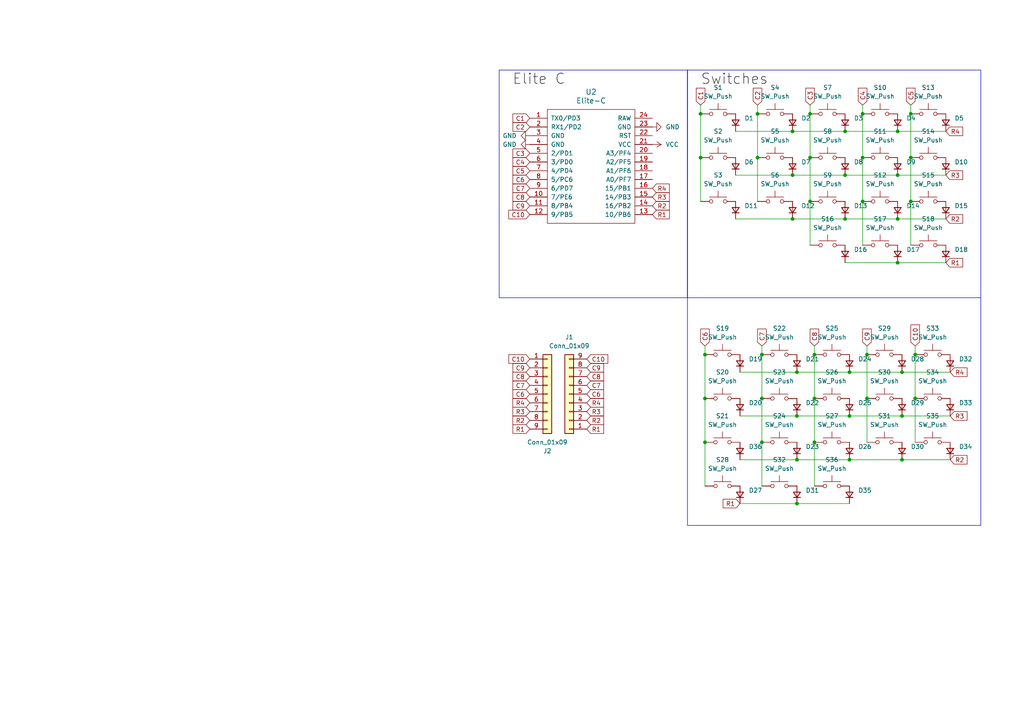
<source format=kicad_sch>
(kicad_sch (version 20230121) (generator eeschema)

  (uuid 97a58a38-06ba-4f64-bb6a-5191cade4dc2)

  (paper "A4")

  (lib_symbols
    (symbol "Connector_Generic:Conn_01x09" (pin_names (offset 1.016) hide) (in_bom yes) (on_board yes)
      (property "Reference" "J" (at 0 12.7 0)
        (effects (font (size 1.27 1.27)))
      )
      (property "Value" "Conn_01x09" (at 0 -12.7 0)
        (effects (font (size 1.27 1.27)))
      )
      (property "Footprint" "" (at 0 0 0)
        (effects (font (size 1.27 1.27)) hide)
      )
      (property "Datasheet" "~" (at 0 0 0)
        (effects (font (size 1.27 1.27)) hide)
      )
      (property "ki_keywords" "connector" (at 0 0 0)
        (effects (font (size 1.27 1.27)) hide)
      )
      (property "ki_description" "Generic connector, single row, 01x09, script generated (kicad-library-utils/schlib/autogen/connector/)" (at 0 0 0)
        (effects (font (size 1.27 1.27)) hide)
      )
      (property "ki_fp_filters" "Connector*:*_1x??_*" (at 0 0 0)
        (effects (font (size 1.27 1.27)) hide)
      )
      (symbol "Conn_01x09_1_1"
        (rectangle (start -1.27 -10.033) (end 0 -10.287)
          (stroke (width 0.1524) (type default))
          (fill (type none))
        )
        (rectangle (start -1.27 -7.493) (end 0 -7.747)
          (stroke (width 0.1524) (type default))
          (fill (type none))
        )
        (rectangle (start -1.27 -4.953) (end 0 -5.207)
          (stroke (width 0.1524) (type default))
          (fill (type none))
        )
        (rectangle (start -1.27 -2.413) (end 0 -2.667)
          (stroke (width 0.1524) (type default))
          (fill (type none))
        )
        (rectangle (start -1.27 0.127) (end 0 -0.127)
          (stroke (width 0.1524) (type default))
          (fill (type none))
        )
        (rectangle (start -1.27 2.667) (end 0 2.413)
          (stroke (width 0.1524) (type default))
          (fill (type none))
        )
        (rectangle (start -1.27 5.207) (end 0 4.953)
          (stroke (width 0.1524) (type default))
          (fill (type none))
        )
        (rectangle (start -1.27 7.747) (end 0 7.493)
          (stroke (width 0.1524) (type default))
          (fill (type none))
        )
        (rectangle (start -1.27 10.287) (end 0 10.033)
          (stroke (width 0.1524) (type default))
          (fill (type none))
        )
        (rectangle (start -1.27 11.43) (end 1.27 -11.43)
          (stroke (width 0.254) (type default))
          (fill (type background))
        )
        (pin passive line (at -5.08 10.16 0) (length 3.81)
          (name "Pin_1" (effects (font (size 1.27 1.27))))
          (number "1" (effects (font (size 1.27 1.27))))
        )
        (pin passive line (at -5.08 7.62 0) (length 3.81)
          (name "Pin_2" (effects (font (size 1.27 1.27))))
          (number "2" (effects (font (size 1.27 1.27))))
        )
        (pin passive line (at -5.08 5.08 0) (length 3.81)
          (name "Pin_3" (effects (font (size 1.27 1.27))))
          (number "3" (effects (font (size 1.27 1.27))))
        )
        (pin passive line (at -5.08 2.54 0) (length 3.81)
          (name "Pin_4" (effects (font (size 1.27 1.27))))
          (number "4" (effects (font (size 1.27 1.27))))
        )
        (pin passive line (at -5.08 0 0) (length 3.81)
          (name "Pin_5" (effects (font (size 1.27 1.27))))
          (number "5" (effects (font (size 1.27 1.27))))
        )
        (pin passive line (at -5.08 -2.54 0) (length 3.81)
          (name "Pin_6" (effects (font (size 1.27 1.27))))
          (number "6" (effects (font (size 1.27 1.27))))
        )
        (pin passive line (at -5.08 -5.08 0) (length 3.81)
          (name "Pin_7" (effects (font (size 1.27 1.27))))
          (number "7" (effects (font (size 1.27 1.27))))
        )
        (pin passive line (at -5.08 -7.62 0) (length 3.81)
          (name "Pin_8" (effects (font (size 1.27 1.27))))
          (number "8" (effects (font (size 1.27 1.27))))
        )
        (pin passive line (at -5.08 -10.16 0) (length 3.81)
          (name "Pin_9" (effects (font (size 1.27 1.27))))
          (number "9" (effects (font (size 1.27 1.27))))
        )
      )
    )
    (symbol "Device:D_Small" (pin_numbers hide) (pin_names (offset 0.254) hide) (in_bom yes) (on_board yes)
      (property "Reference" "D" (at -1.27 2.032 0)
        (effects (font (size 1.27 1.27)) (justify left))
      )
      (property "Value" "D_Small" (at -3.81 -2.032 0)
        (effects (font (size 1.27 1.27)) (justify left))
      )
      (property "Footprint" "" (at 0 0 90)
        (effects (font (size 1.27 1.27)) hide)
      )
      (property "Datasheet" "~" (at 0 0 90)
        (effects (font (size 1.27 1.27)) hide)
      )
      (property "Sim.Device" "D" (at 0 0 0)
        (effects (font (size 1.27 1.27)) hide)
      )
      (property "Sim.Pins" "1=K 2=A" (at 0 0 0)
        (effects (font (size 1.27 1.27)) hide)
      )
      (property "ki_keywords" "diode" (at 0 0 0)
        (effects (font (size 1.27 1.27)) hide)
      )
      (property "ki_description" "Diode, small symbol" (at 0 0 0)
        (effects (font (size 1.27 1.27)) hide)
      )
      (property "ki_fp_filters" "TO-???* *_Diode_* *SingleDiode* D_*" (at 0 0 0)
        (effects (font (size 1.27 1.27)) hide)
      )
      (symbol "D_Small_0_1"
        (polyline
          (pts
            (xy -0.762 -1.016)
            (xy -0.762 1.016)
          )
          (stroke (width 0.254) (type default))
          (fill (type none))
        )
        (polyline
          (pts
            (xy -0.762 0)
            (xy 0.762 0)
          )
          (stroke (width 0) (type default))
          (fill (type none))
        )
        (polyline
          (pts
            (xy 0.762 -1.016)
            (xy -0.762 0)
            (xy 0.762 1.016)
            (xy 0.762 -1.016)
          )
          (stroke (width 0.254) (type default))
          (fill (type none))
        )
      )
      (symbol "D_Small_1_1"
        (pin passive line (at -2.54 0 0) (length 1.778)
          (name "K" (effects (font (size 1.27 1.27))))
          (number "1" (effects (font (size 1.27 1.27))))
        )
        (pin passive line (at 2.54 0 180) (length 1.778)
          (name "A" (effects (font (size 1.27 1.27))))
          (number "2" (effects (font (size 1.27 1.27))))
        )
      )
    )
    (symbol "Switch:SW_Push" (pin_numbers hide) (pin_names (offset 1.016) hide) (in_bom yes) (on_board yes)
      (property "Reference" "SW" (at 1.27 2.54 0)
        (effects (font (size 1.27 1.27)) (justify left))
      )
      (property "Value" "SW_Push" (at 0 -1.524 0)
        (effects (font (size 1.27 1.27)))
      )
      (property "Footprint" "" (at 0 5.08 0)
        (effects (font (size 1.27 1.27)) hide)
      )
      (property "Datasheet" "~" (at 0 5.08 0)
        (effects (font (size 1.27 1.27)) hide)
      )
      (property "ki_keywords" "switch normally-open pushbutton push-button" (at 0 0 0)
        (effects (font (size 1.27 1.27)) hide)
      )
      (property "ki_description" "Push button switch, generic, two pins" (at 0 0 0)
        (effects (font (size 1.27 1.27)) hide)
      )
      (symbol "SW_Push_0_1"
        (circle (center -2.032 0) (radius 0.508)
          (stroke (width 0) (type default))
          (fill (type none))
        )
        (polyline
          (pts
            (xy 0 1.27)
            (xy 0 3.048)
          )
          (stroke (width 0) (type default))
          (fill (type none))
        )
        (polyline
          (pts
            (xy 2.54 1.27)
            (xy -2.54 1.27)
          )
          (stroke (width 0) (type default))
          (fill (type none))
        )
        (circle (center 2.032 0) (radius 0.508)
          (stroke (width 0) (type default))
          (fill (type none))
        )
        (pin passive line (at -5.08 0 0) (length 2.54)
          (name "1" (effects (font (size 1.27 1.27))))
          (number "1" (effects (font (size 1.27 1.27))))
        )
        (pin passive line (at 5.08 0 180) (length 2.54)
          (name "2" (effects (font (size 1.27 1.27))))
          (number "2" (effects (font (size 1.27 1.27))))
        )
      )
    )
    (symbol "keebio:ProMicro" (pin_names (offset 1.016)) (in_bom yes) (on_board yes)
      (property "Reference" "U" (at 0 0 0)
        (effects (font (size 1.524 1.524)))
      )
      (property "Value" "ProMicro" (at 0 -19.05 0)
        (effects (font (size 1.524 1.524)))
      )
      (property "Footprint" "" (at 26.67 -63.5 90)
        (effects (font (size 1.524 1.524)) hide)
      )
      (property "Datasheet" "" (at 26.67 -63.5 90)
        (effects (font (size 1.524 1.524)) hide)
      )
      (symbol "ProMicro_0_1"
        (rectangle (start -12.7 -16.51) (end 12.7 16.51)
          (stroke (width 0) (type solid))
          (fill (type none))
        )
      )
      (symbol "ProMicro_1_1"
        (pin input line (at -17.78 13.97 0) (length 5.08)
          (name "TX0/PD3" (effects (font (size 1.27 1.27))))
          (number "1" (effects (font (size 1.27 1.27))))
        )
        (pin input line (at -17.78 -8.89 0) (length 5.08)
          (name "7/PE6" (effects (font (size 1.27 1.27))))
          (number "10" (effects (font (size 1.27 1.27))))
        )
        (pin input line (at -17.78 -11.43 0) (length 5.08)
          (name "8/PB4" (effects (font (size 1.27 1.27))))
          (number "11" (effects (font (size 1.27 1.27))))
        )
        (pin input line (at -17.78 -13.97 0) (length 5.08)
          (name "9/PB5" (effects (font (size 1.27 1.27))))
          (number "12" (effects (font (size 1.27 1.27))))
        )
        (pin input line (at 17.78 -13.97 180) (length 5.08)
          (name "10/PB6" (effects (font (size 1.27 1.27))))
          (number "13" (effects (font (size 1.27 1.27))))
        )
        (pin input line (at 17.78 -11.43 180) (length 5.08)
          (name "16/PB2" (effects (font (size 1.27 1.27))))
          (number "14" (effects (font (size 1.27 1.27))))
        )
        (pin input line (at 17.78 -8.89 180) (length 5.08)
          (name "14/PB3" (effects (font (size 1.27 1.27))))
          (number "15" (effects (font (size 1.27 1.27))))
        )
        (pin input line (at 17.78 -6.35 180) (length 5.08)
          (name "15/PB1" (effects (font (size 1.27 1.27))))
          (number "16" (effects (font (size 1.27 1.27))))
        )
        (pin input line (at 17.78 -3.81 180) (length 5.08)
          (name "A0/PF7" (effects (font (size 1.27 1.27))))
          (number "17" (effects (font (size 1.27 1.27))))
        )
        (pin input line (at 17.78 -1.27 180) (length 5.08)
          (name "A1/PF6" (effects (font (size 1.27 1.27))))
          (number "18" (effects (font (size 1.27 1.27))))
        )
        (pin input line (at 17.78 1.27 180) (length 5.08)
          (name "A2/PF5" (effects (font (size 1.27 1.27))))
          (number "19" (effects (font (size 1.27 1.27))))
        )
        (pin input line (at -17.78 11.43 0) (length 5.08)
          (name "RX1/PD2" (effects (font (size 1.27 1.27))))
          (number "2" (effects (font (size 1.27 1.27))))
        )
        (pin input line (at 17.78 3.81 180) (length 5.08)
          (name "A3/PF4" (effects (font (size 1.27 1.27))))
          (number "20" (effects (font (size 1.27 1.27))))
        )
        (pin input line (at 17.78 6.35 180) (length 5.08)
          (name "VCC" (effects (font (size 1.27 1.27))))
          (number "21" (effects (font (size 1.27 1.27))))
        )
        (pin input line (at 17.78 8.89 180) (length 5.08)
          (name "RST" (effects (font (size 1.27 1.27))))
          (number "22" (effects (font (size 1.27 1.27))))
        )
        (pin input line (at 17.78 11.43 180) (length 5.08)
          (name "GND" (effects (font (size 1.27 1.27))))
          (number "23" (effects (font (size 1.27 1.27))))
        )
        (pin input line (at 17.78 13.97 180) (length 5.08)
          (name "RAW" (effects (font (size 1.27 1.27))))
          (number "24" (effects (font (size 1.27 1.27))))
        )
        (pin input line (at -17.78 8.89 0) (length 5.08)
          (name "GND" (effects (font (size 1.27 1.27))))
          (number "3" (effects (font (size 1.27 1.27))))
        )
        (pin input line (at -17.78 6.35 0) (length 5.08)
          (name "GND" (effects (font (size 1.27 1.27))))
          (number "4" (effects (font (size 1.27 1.27))))
        )
        (pin input line (at -17.78 3.81 0) (length 5.08)
          (name "2/PD1" (effects (font (size 1.27 1.27))))
          (number "5" (effects (font (size 1.27 1.27))))
        )
        (pin input line (at -17.78 1.27 0) (length 5.08)
          (name "3/PD0" (effects (font (size 1.27 1.27))))
          (number "6" (effects (font (size 1.27 1.27))))
        )
        (pin input line (at -17.78 -1.27 0) (length 5.08)
          (name "4/PD4" (effects (font (size 1.27 1.27))))
          (number "7" (effects (font (size 1.27 1.27))))
        )
        (pin input line (at -17.78 -3.81 0) (length 5.08)
          (name "5/PC6" (effects (font (size 1.27 1.27))))
          (number "8" (effects (font (size 1.27 1.27))))
        )
        (pin input line (at -17.78 -6.35 0) (length 5.08)
          (name "6/PD7" (effects (font (size 1.27 1.27))))
          (number "9" (effects (font (size 1.27 1.27))))
        )
      )
    )
    (symbol "power:GND" (power) (pin_names (offset 0)) (in_bom yes) (on_board yes)
      (property "Reference" "#PWR" (at 0 -6.35 0)
        (effects (font (size 1.27 1.27)) hide)
      )
      (property "Value" "GND" (at 0 -3.81 0)
        (effects (font (size 1.27 1.27)))
      )
      (property "Footprint" "" (at 0 0 0)
        (effects (font (size 1.27 1.27)) hide)
      )
      (property "Datasheet" "" (at 0 0 0)
        (effects (font (size 1.27 1.27)) hide)
      )
      (property "ki_keywords" "global power" (at 0 0 0)
        (effects (font (size 1.27 1.27)) hide)
      )
      (property "ki_description" "Power symbol creates a global label with name \"GND\" , ground" (at 0 0 0)
        (effects (font (size 1.27 1.27)) hide)
      )
      (symbol "GND_0_1"
        (polyline
          (pts
            (xy 0 0)
            (xy 0 -1.27)
            (xy 1.27 -1.27)
            (xy 0 -2.54)
            (xy -1.27 -1.27)
            (xy 0 -1.27)
          )
          (stroke (width 0) (type default))
          (fill (type none))
        )
      )
      (symbol "GND_1_1"
        (pin power_in line (at 0 0 270) (length 0) hide
          (name "GND" (effects (font (size 1.27 1.27))))
          (number "1" (effects (font (size 1.27 1.27))))
        )
      )
    )
    (symbol "power:VCC" (power) (pin_names (offset 0)) (in_bom yes) (on_board yes)
      (property "Reference" "#PWR" (at 0 -3.81 0)
        (effects (font (size 1.27 1.27)) hide)
      )
      (property "Value" "VCC" (at 0 3.81 0)
        (effects (font (size 1.27 1.27)))
      )
      (property "Footprint" "" (at 0 0 0)
        (effects (font (size 1.27 1.27)) hide)
      )
      (property "Datasheet" "" (at 0 0 0)
        (effects (font (size 1.27 1.27)) hide)
      )
      (property "ki_keywords" "global power" (at 0 0 0)
        (effects (font (size 1.27 1.27)) hide)
      )
      (property "ki_description" "Power symbol creates a global label with name \"VCC\"" (at 0 0 0)
        (effects (font (size 1.27 1.27)) hide)
      )
      (symbol "VCC_0_1"
        (polyline
          (pts
            (xy -0.762 1.27)
            (xy 0 2.54)
          )
          (stroke (width 0) (type default))
          (fill (type none))
        )
        (polyline
          (pts
            (xy 0 0)
            (xy 0 2.54)
          )
          (stroke (width 0) (type default))
          (fill (type none))
        )
        (polyline
          (pts
            (xy 0 2.54)
            (xy 0.762 1.27)
          )
          (stroke (width 0) (type default))
          (fill (type none))
        )
      )
      (symbol "VCC_1_1"
        (pin power_in line (at 0 0 90) (length 0) hide
          (name "VCC" (effects (font (size 1.27 1.27))))
          (number "1" (effects (font (size 1.27 1.27))))
        )
      )
    )
  )

  (junction (at 246.38 133.35) (diameter 0) (color 0 0 0 0)
    (uuid 0ba113ef-0e5f-4c0a-a988-e54f9375f421)
  )
  (junction (at 251.46 102.87) (diameter 0) (color 0 0 0 0)
    (uuid 0c89d579-533d-41c4-b1d9-083ab45519d0)
  )
  (junction (at 261.62 133.35) (diameter 0) (color 0 0 0 0)
    (uuid 0cddf0ec-8989-4a51-b00f-795d6540ec13)
  )
  (junction (at 236.22 115.57) (diameter 0) (color 0 0 0 0)
    (uuid 1681d033-8538-4664-ba20-469cfcd7613d)
  )
  (junction (at 261.62 120.65) (diameter 0) (color 0 0 0 0)
    (uuid 1dd55afd-69e3-40f7-8a2f-aa2434a04610)
  )
  (junction (at 204.47 115.57) (diameter 0) (color 0 0 0 0)
    (uuid 24cb4dff-9895-4122-9f1a-0ba7d42325c2)
  )
  (junction (at 229.87 63.5) (diameter 0) (color 0 0 0 0)
    (uuid 31f43419-2aa7-495b-afb1-d42ace3363b9)
  )
  (junction (at 219.71 45.72) (diameter 0) (color 0 0 0 0)
    (uuid 35e2e8f9-963a-4ab2-b597-041ac8bf1964)
  )
  (junction (at 231.14 133.35) (diameter 0) (color 0 0 0 0)
    (uuid 3abb080f-40d1-4c9c-99bf-67f886034081)
  )
  (junction (at 231.14 107.95) (diameter 0) (color 0 0 0 0)
    (uuid 3cd3befc-dd83-4a93-8cc2-de51b8ee8c58)
  )
  (junction (at 245.11 38.1) (diameter 0) (color 0 0 0 0)
    (uuid 3f3220e7-0f51-454e-913a-0d7aaf021bcb)
  )
  (junction (at 264.16 33.02) (diameter 0) (color 0 0 0 0)
    (uuid 41beb8e7-f120-41da-b1e8-c3c4ce43c2d7)
  )
  (junction (at 260.35 63.5) (diameter 0) (color 0 0 0 0)
    (uuid 51783ff0-6171-466b-a5a7-ba15f154d03b)
  )
  (junction (at 220.98 128.27) (diameter 0) (color 0 0 0 0)
    (uuid 523f7e28-9118-4f08-922d-f4d5bcb16499)
  )
  (junction (at 203.2 33.02) (diameter 0) (color 0 0 0 0)
    (uuid 55ef4b61-94b9-4011-bb11-8b7d95e94bf0)
  )
  (junction (at 250.19 33.02) (diameter 0) (color 0 0 0 0)
    (uuid 5b0fc5c7-7d08-4545-864b-e1b2ba04e46b)
  )
  (junction (at 261.62 107.95) (diameter 0) (color 0 0 0 0)
    (uuid 680d7c3c-b490-41f3-adf3-2f6194ce9111)
  )
  (junction (at 204.47 102.87) (diameter 0) (color 0 0 0 0)
    (uuid 7359b2d7-c713-4523-b6a9-dbc40e9b308b)
  )
  (junction (at 231.14 146.05) (diameter 0) (color 0 0 0 0)
    (uuid 75b0f765-80f4-4ca4-82ac-218a0fa3b012)
  )
  (junction (at 251.46 115.57) (diameter 0) (color 0 0 0 0)
    (uuid 7b538b0e-4871-4f71-b9e4-4d3761a87703)
  )
  (junction (at 231.14 120.65) (diameter 0) (color 0 0 0 0)
    (uuid 7e4521c9-aaba-4a6e-b397-abc31cac9e3c)
  )
  (junction (at 234.95 58.42) (diameter 0) (color 0 0 0 0)
    (uuid 870ede8f-2843-4022-b4a1-4ce1d8b8a967)
  )
  (junction (at 234.95 33.02) (diameter 0) (color 0 0 0 0)
    (uuid 8bb29398-98b7-4d5d-a668-19c1acf51932)
  )
  (junction (at 250.19 45.72) (diameter 0) (color 0 0 0 0)
    (uuid 8c38130f-b251-425e-bff2-fbebbe04ce3e)
  )
  (junction (at 245.11 50.8) (diameter 0) (color 0 0 0 0)
    (uuid 8d64e1f3-1ee3-415f-911d-ba31a2eee7b2)
  )
  (junction (at 229.87 50.8) (diameter 0) (color 0 0 0 0)
    (uuid 8f43f46f-635f-422c-ac8e-5f8f4af8ad59)
  )
  (junction (at 264.16 45.72) (diameter 0) (color 0 0 0 0)
    (uuid 90611a09-a9a1-4892-a960-d9b801941b9f)
  )
  (junction (at 264.16 58.42) (diameter 0) (color 0 0 0 0)
    (uuid 907c8d1d-853a-46b8-a1f4-38f4b9314e58)
  )
  (junction (at 203.2 45.72) (diameter 0) (color 0 0 0 0)
    (uuid 9b365c19-6700-47ca-b57b-cc12bdfbc3e6)
  )
  (junction (at 220.98 115.57) (diameter 0) (color 0 0 0 0)
    (uuid a51516fd-2eb9-4c07-874c-bbcc41e71c29)
  )
  (junction (at 229.87 38.1) (diameter 0) (color 0 0 0 0)
    (uuid ab338ac7-709e-4791-a1fe-283597f429d9)
  )
  (junction (at 220.98 102.87) (diameter 0) (color 0 0 0 0)
    (uuid ad5f8408-2ac7-4461-88f1-b504e0347081)
  )
  (junction (at 246.38 107.95) (diameter 0) (color 0 0 0 0)
    (uuid b00a5d6a-cf8a-42f6-92c6-ffd608f0e1ec)
  )
  (junction (at 234.95 45.72) (diameter 0) (color 0 0 0 0)
    (uuid b60321a4-fddc-4a10-9bf4-3279a2a88ce0)
  )
  (junction (at 260.35 76.2) (diameter 0) (color 0 0 0 0)
    (uuid b733f51c-975a-4408-813a-87032b78546d)
  )
  (junction (at 246.38 120.65) (diameter 0) (color 0 0 0 0)
    (uuid bb426bf4-529a-4990-a4d6-e7cb8c1c3eaf)
  )
  (junction (at 260.35 50.8) (diameter 0) (color 0 0 0 0)
    (uuid c9f49b19-faa9-4096-ba37-d55b65b8d567)
  )
  (junction (at 204.47 128.27) (diameter 0) (color 0 0 0 0)
    (uuid db33aa1c-8417-4aad-afde-daa4b3674023)
  )
  (junction (at 245.11 63.5) (diameter 0) (color 0 0 0 0)
    (uuid dc59fb72-1f2d-475e-9c57-d2d0cf83ea04)
  )
  (junction (at 236.22 128.27) (diameter 0) (color 0 0 0 0)
    (uuid dc994d44-39ab-4af6-b194-14caf6635ea7)
  )
  (junction (at 236.22 102.87) (diameter 0) (color 0 0 0 0)
    (uuid e27487a7-8db5-4d8b-a1fa-b4e2ddd7d34a)
  )
  (junction (at 260.35 38.1) (diameter 0) (color 0 0 0 0)
    (uuid e810d6af-71ce-4939-906b-433a19929242)
  )
  (junction (at 265.43 102.87) (diameter 0) (color 0 0 0 0)
    (uuid ece3c58e-5586-4298-80f6-234ff945d184)
  )
  (junction (at 219.71 33.02) (diameter 0) (color 0 0 0 0)
    (uuid f2dba0c1-cee4-4afb-a544-3fe50ed61420)
  )
  (junction (at 250.19 58.42) (diameter 0) (color 0 0 0 0)
    (uuid ffa8e9d4-a696-43c0-bacd-d6d2166133cc)
  )
  (junction (at 265.43 115.57) (diameter 0) (color 0 0 0 0)
    (uuid ffc7dabf-d7d5-473f-bcde-e7b1b4fb2bc8)
  )

  (wire (pts (xy 220.98 115.57) (xy 220.98 128.27))
    (stroke (width 0) (type default))
    (uuid 00f6b933-d145-4ee8-b29c-e0ef1cd4e42d)
  )
  (wire (pts (xy 231.14 107.95) (xy 246.38 107.95))
    (stroke (width 0) (type default))
    (uuid 013b0268-18fb-4c05-abf6-48a1784738a7)
  )
  (wire (pts (xy 220.98 128.27) (xy 220.98 140.97))
    (stroke (width 0) (type default))
    (uuid 049b3e58-8196-4133-8911-c29d8eb3461a)
  )
  (wire (pts (xy 265.43 100.33) (xy 265.43 102.87))
    (stroke (width 0) (type default))
    (uuid 07f97bca-1cae-457c-b1e9-0a796bf80b6f)
  )
  (wire (pts (xy 219.71 30.48) (xy 219.71 33.02))
    (stroke (width 0) (type default))
    (uuid 0c5e5658-8e13-451b-b3ef-2cf15fa85f3f)
  )
  (wire (pts (xy 231.14 133.35) (xy 246.38 133.35))
    (stroke (width 0) (type default))
    (uuid 12a11f16-4f43-482f-b654-a9ce71653c19)
  )
  (wire (pts (xy 204.47 128.27) (xy 204.47 140.97))
    (stroke (width 0) (type default))
    (uuid 17ae7d58-565f-4a25-9aa3-084def61abe0)
  )
  (wire (pts (xy 260.35 38.1) (xy 274.32 38.1))
    (stroke (width 0) (type default))
    (uuid 18209875-a107-43aa-812a-1f14c3a9e5e3)
  )
  (wire (pts (xy 213.36 63.5) (xy 229.87 63.5))
    (stroke (width 0) (type default))
    (uuid 1a6c810b-f91d-41b0-ad2f-7986a1b282aa)
  )
  (wire (pts (xy 219.71 33.02) (xy 219.71 45.72))
    (stroke (width 0) (type default))
    (uuid 1b7fd8e2-89b9-4f83-a3c1-3060163676a1)
  )
  (wire (pts (xy 236.22 115.57) (xy 236.22 128.27))
    (stroke (width 0) (type default))
    (uuid 1c01967f-e0db-4520-8211-77ff93245be7)
  )
  (wire (pts (xy 251.46 115.57) (xy 251.46 128.27))
    (stroke (width 0) (type default))
    (uuid 24f6ccdf-735a-4c37-a88b-c277d7930055)
  )
  (wire (pts (xy 261.62 107.95) (xy 275.59 107.95))
    (stroke (width 0) (type default))
    (uuid 2c4e21a3-b6e6-45ae-a9cc-b990a09ecf21)
  )
  (wire (pts (xy 203.2 30.48) (xy 203.2 33.02))
    (stroke (width 0) (type default))
    (uuid 343612e5-a947-42f7-8147-917936cf3df7)
  )
  (wire (pts (xy 203.2 45.72) (xy 203.2 58.42))
    (stroke (width 0) (type default))
    (uuid 349f1558-bffe-40a0-ad2e-08c6049536a5)
  )
  (wire (pts (xy 245.11 76.2) (xy 260.35 76.2))
    (stroke (width 0) (type default))
    (uuid 375f0310-ab24-4e09-a2ae-95f2cdcce9ec)
  )
  (wire (pts (xy 234.95 58.42) (xy 234.95 71.12))
    (stroke (width 0) (type default))
    (uuid 38beb0c0-df3e-42dd-989b-dfa3bb4d3755)
  )
  (wire (pts (xy 229.87 50.8) (xy 245.11 50.8))
    (stroke (width 0) (type default))
    (uuid 3b91c3fd-e675-464e-bcd5-c1c3f98bc328)
  )
  (wire (pts (xy 250.19 45.72) (xy 250.19 58.42))
    (stroke (width 0) (type default))
    (uuid 3dc0473a-c9c8-48a6-aee3-fd57fd474ec7)
  )
  (wire (pts (xy 220.98 100.33) (xy 220.98 102.87))
    (stroke (width 0) (type default))
    (uuid 3e918115-39b8-4bec-9d17-a62eabc061aa)
  )
  (wire (pts (xy 245.11 38.1) (xy 260.35 38.1))
    (stroke (width 0) (type default))
    (uuid 41cb6b3e-a6eb-4d30-a679-b6643085d5c4)
  )
  (wire (pts (xy 213.36 50.8) (xy 229.87 50.8))
    (stroke (width 0) (type default))
    (uuid 450a8984-e37c-4306-a510-13c313a2c180)
  )
  (wire (pts (xy 220.98 102.87) (xy 220.98 115.57))
    (stroke (width 0) (type default))
    (uuid 482fcbc7-5b45-4e49-ab44-65c44e65b2a7)
  )
  (wire (pts (xy 250.19 30.48) (xy 250.19 33.02))
    (stroke (width 0) (type default))
    (uuid 4b5ca6fe-4458-422f-9142-71911c974c77)
  )
  (wire (pts (xy 264.16 30.48) (xy 264.16 33.02))
    (stroke (width 0) (type default))
    (uuid 4f241b64-ac1a-48ad-af5f-9c7dd1771573)
  )
  (wire (pts (xy 246.38 133.35) (xy 261.62 133.35))
    (stroke (width 0) (type default))
    (uuid 51402ea6-b5cb-40af-8529-fa9eaf1edcd4)
  )
  (wire (pts (xy 203.2 33.02) (xy 203.2 45.72))
    (stroke (width 0) (type default))
    (uuid 53b79c76-8059-4007-a487-93140115e77e)
  )
  (wire (pts (xy 213.36 38.1) (xy 229.87 38.1))
    (stroke (width 0) (type default))
    (uuid 6657ebe4-83e5-4179-96fc-bf8df8fade33)
  )
  (wire (pts (xy 236.22 100.33) (xy 236.22 102.87))
    (stroke (width 0) (type default))
    (uuid 6fbcd871-c59c-43a1-b41b-35c0bd653f65)
  )
  (wire (pts (xy 250.19 58.42) (xy 250.19 71.12))
    (stroke (width 0) (type default))
    (uuid 75e4504d-ac3c-49f4-a062-4aab9f984f58)
  )
  (wire (pts (xy 251.46 100.33) (xy 251.46 102.87))
    (stroke (width 0) (type default))
    (uuid 7c233cee-8204-4a20-814a-d9a87e0c9d79)
  )
  (wire (pts (xy 236.22 102.87) (xy 236.22 115.57))
    (stroke (width 0) (type default))
    (uuid 88af26bb-f9e3-43fb-947b-88d1f480b815)
  )
  (wire (pts (xy 261.62 120.65) (xy 275.59 120.65))
    (stroke (width 0) (type default))
    (uuid 89383b4d-aa2d-492b-9f59-64afc012749a)
  )
  (wire (pts (xy 245.11 63.5) (xy 260.35 63.5))
    (stroke (width 0) (type default))
    (uuid 89ba905d-b849-4bdb-8a1d-e15fbf71fa5e)
  )
  (wire (pts (xy 265.43 115.57) (xy 265.43 128.27))
    (stroke (width 0) (type default))
    (uuid 8c1bf04f-36a8-4582-8c86-9f5612098a91)
  )
  (wire (pts (xy 234.95 30.48) (xy 234.95 33.02))
    (stroke (width 0) (type default))
    (uuid 8fea113b-bac2-4a63-af26-5bffcdad45a7)
  )
  (wire (pts (xy 246.38 120.65) (xy 261.62 120.65))
    (stroke (width 0) (type default))
    (uuid 909f6747-8f67-4cd4-bc64-368f65ebcdaa)
  )
  (wire (pts (xy 229.87 38.1) (xy 245.11 38.1))
    (stroke (width 0) (type default))
    (uuid 90b7c474-76d8-4889-aa13-e740dd1fb08a)
  )
  (wire (pts (xy 250.19 33.02) (xy 250.19 45.72))
    (stroke (width 0) (type default))
    (uuid 934ca6a3-ad04-4314-8d62-432a3ef0977c)
  )
  (wire (pts (xy 214.63 133.35) (xy 231.14 133.35))
    (stroke (width 0) (type default))
    (uuid 97e3b1ae-49a7-4bcb-9801-6f198702a782)
  )
  (wire (pts (xy 229.87 63.5) (xy 245.11 63.5))
    (stroke (width 0) (type default))
    (uuid 98eefe0f-695f-4114-a9c7-73f554005837)
  )
  (wire (pts (xy 260.35 63.5) (xy 274.32 63.5))
    (stroke (width 0) (type default))
    (uuid 9c6c0f08-bb22-4f4c-b48a-1bc8d45552df)
  )
  (wire (pts (xy 234.95 45.72) (xy 234.95 58.42))
    (stroke (width 0) (type default))
    (uuid 9e04f2d0-8b96-41ec-b5b4-8790cf705cdb)
  )
  (wire (pts (xy 245.11 50.8) (xy 260.35 50.8))
    (stroke (width 0) (type default))
    (uuid 9fdab0eb-0daa-4c43-a821-2bf9d4bb5d18)
  )
  (wire (pts (xy 231.14 146.05) (xy 246.38 146.05))
    (stroke (width 0) (type default))
    (uuid a1a6ca5d-8b92-461e-95f8-7899c2ef0496)
  )
  (wire (pts (xy 260.35 76.2) (xy 274.32 76.2))
    (stroke (width 0) (type default))
    (uuid a1ce8b2e-bd05-48e5-bdc5-3f6e66bc34ed)
  )
  (wire (pts (xy 236.22 128.27) (xy 236.22 140.97))
    (stroke (width 0) (type default))
    (uuid a57c3f93-cbfd-4a45-9478-88eddc8c79a6)
  )
  (wire (pts (xy 234.95 33.02) (xy 234.95 45.72))
    (stroke (width 0) (type default))
    (uuid a7a4334b-3760-4a8e-a339-305181b77637)
  )
  (wire (pts (xy 246.38 107.95) (xy 261.62 107.95))
    (stroke (width 0) (type default))
    (uuid a98e7afd-84ff-4b5b-ae9b-6b9b13226d7d)
  )
  (wire (pts (xy 275.59 133.35) (xy 261.62 133.35))
    (stroke (width 0) (type default))
    (uuid a9e1c608-2622-4a35-b077-61d43790a712)
  )
  (wire (pts (xy 265.43 102.87) (xy 265.43 115.57))
    (stroke (width 0) (type default))
    (uuid ab2b98b7-cde4-42f3-805c-888d28e77458)
  )
  (wire (pts (xy 204.47 100.33) (xy 204.47 102.87))
    (stroke (width 0) (type default))
    (uuid b908a91f-2d61-4571-b96c-4babcdc1e96b)
  )
  (wire (pts (xy 264.16 58.42) (xy 264.16 71.12))
    (stroke (width 0) (type default))
    (uuid ba8ba614-59c9-42d3-904e-f0d68f396a9a)
  )
  (wire (pts (xy 264.16 33.02) (xy 264.16 45.72))
    (stroke (width 0) (type default))
    (uuid bd6f578c-6b2c-414e-b3ca-d8057b926a5a)
  )
  (wire (pts (xy 214.63 107.95) (xy 231.14 107.95))
    (stroke (width 0) (type default))
    (uuid c0db72a3-35d9-407b-a898-9532b490ddd5)
  )
  (wire (pts (xy 251.46 102.87) (xy 251.46 115.57))
    (stroke (width 0) (type default))
    (uuid d69d2d75-f833-420b-9286-83e1ccc172f7)
  )
  (wire (pts (xy 260.35 50.8) (xy 274.32 50.8))
    (stroke (width 0) (type default))
    (uuid d7048643-1db0-4170-88d3-016b180e33b6)
  )
  (wire (pts (xy 214.63 120.65) (xy 231.14 120.65))
    (stroke (width 0) (type default))
    (uuid d83fd75c-56e4-4a8d-b9a2-0e1f7dcd41ef)
  )
  (wire (pts (xy 264.16 45.72) (xy 264.16 58.42))
    (stroke (width 0) (type default))
    (uuid dc77070d-a245-4743-b29d-c83f33d12cf2)
  )
  (wire (pts (xy 204.47 102.87) (xy 204.47 115.57))
    (stroke (width 0) (type default))
    (uuid e3b4957c-75ac-4a76-87d4-a8d0575dec70)
  )
  (wire (pts (xy 231.14 120.65) (xy 246.38 120.65))
    (stroke (width 0) (type default))
    (uuid e3e73c65-4a0a-4129-9c35-abc58d1d45f8)
  )
  (wire (pts (xy 204.47 115.57) (xy 204.47 128.27))
    (stroke (width 0) (type default))
    (uuid f0cbbe8e-de88-4cde-b327-48380e961b40)
  )
  (wire (pts (xy 214.63 146.05) (xy 231.14 146.05))
    (stroke (width 0) (type default))
    (uuid fa05fee6-5267-49cc-963b-7d6026a0442e)
  )
  (wire (pts (xy 219.71 45.72) (xy 219.71 58.42))
    (stroke (width 0) (type default))
    (uuid fe02f1c8-4250-432d-a1a5-546b9c400abf)
  )

  (rectangle (start 199.39 20.32) (end 284.48 86.36)
    (stroke (width 0) (type default))
    (fill (type none))
    (uuid 22d0a968-8e92-409a-86cc-1c7d9fd2e2a4)
  )
  (rectangle (start 199.39 86.36) (end 284.48 152.4)
    (stroke (width 0) (type default))
    (fill (type none))
    (uuid 9d06bc0b-664e-48bf-9219-709a922ecac1)
  )
  (rectangle (start 144.78 20.32) (end 199.39 86.36)
    (stroke (width 0) (type default))
    (fill (type none))
    (uuid d517f944-1822-4685-aaef-50716e625de7)
  )

  (label "Elite C" (at 148.59 25.4 0) (fields_autoplaced)
    (effects (font (size 3 3)) (justify left bottom))
    (uuid 535c3da1-1771-45c3-be39-c04177929394)
  )
  (label "Switches" (at 203.2 25.4 0) (fields_autoplaced)
    (effects (font (size 3 3)) (justify left bottom))
    (uuid d29f1dc6-86e0-4c6e-a08f-f5d52f4bfb18)
  )

  (global_label "R2" (shape input) (at 189.23 59.69 0) (fields_autoplaced)
    (effects (font (size 1.27 1.27)) (justify left))
    (uuid 0bbc6da9-27b7-4f4c-bff8-8e75d8d1e0d6)
    (property "Intersheetrefs" "${INTERSHEET_REFS}" (at 194.6947 59.69 0)
      (effects (font (size 1.27 1.27)) (justify left) hide)
    )
  )
  (global_label "C9" (shape input) (at 251.46 100.33 90) (fields_autoplaced)
    (effects (font (size 1.27 1.27)) (justify left))
    (uuid 0dbc6278-be25-4173-aaa3-3effeef9f182)
    (property "Intersheetrefs" "${INTERSHEET_REFS}" (at 251.46 94.8653 90)
      (effects (font (size 1.27 1.27)) (justify left) hide)
    )
  )
  (global_label "C10" (shape input) (at 153.67 104.14 180) (fields_autoplaced)
    (effects (font (size 1.27 1.27)) (justify right))
    (uuid 14eb5755-cf7e-409c-ab15-168ab32ade23)
    (property "Intersheetrefs" "${INTERSHEET_REFS}" (at 146.9958 104.14 0)
      (effects (font (size 1.27 1.27)) (justify right) hide)
    )
  )
  (global_label "C5" (shape input) (at 153.67 49.53 180) (fields_autoplaced)
    (effects (font (size 1.27 1.27)) (justify right))
    (uuid 26549d0a-7f94-4a24-bc71-1407bd43228b)
    (property "Intersheetrefs" "${INTERSHEET_REFS}" (at 148.2053 49.53 0)
      (effects (font (size 1.27 1.27)) (justify right) hide)
    )
  )
  (global_label "C10" (shape input) (at 153.67 62.23 180) (fields_autoplaced)
    (effects (font (size 1.27 1.27)) (justify right))
    (uuid 289aa9f3-a1ee-4902-8d91-697ffa8bf1f7)
    (property "Intersheetrefs" "${INTERSHEET_REFS}" (at 146.9958 62.23 0)
      (effects (font (size 1.27 1.27)) (justify right) hide)
    )
  )
  (global_label "C1" (shape input) (at 153.67 34.29 180) (fields_autoplaced)
    (effects (font (size 1.27 1.27)) (justify right))
    (uuid 2f645203-8765-443d-bfd8-71487603ac95)
    (property "Intersheetrefs" "${INTERSHEET_REFS}" (at 148.2053 34.29 0)
      (effects (font (size 1.27 1.27)) (justify right) hide)
    )
  )
  (global_label "R3" (shape input) (at 153.67 119.38 180) (fields_autoplaced)
    (effects (font (size 1.27 1.27)) (justify right))
    (uuid 2fd1e7a6-974a-44d0-b92d-6f2e15af7608)
    (property "Intersheetrefs" "${INTERSHEET_REFS}" (at 148.2053 119.38 0)
      (effects (font (size 1.27 1.27)) (justify right) hide)
    )
  )
  (global_label "C9" (shape input) (at 153.67 106.68 180) (fields_autoplaced)
    (effects (font (size 1.27 1.27)) (justify right))
    (uuid 36d5670d-4947-40c1-8731-2dd3cbe1cabd)
    (property "Intersheetrefs" "${INTERSHEET_REFS}" (at 148.2053 106.68 0)
      (effects (font (size 1.27 1.27)) (justify right) hide)
    )
  )
  (global_label "R2" (shape input) (at 170.18 121.92 0) (fields_autoplaced)
    (effects (font (size 1.27 1.27)) (justify left))
    (uuid 3701a282-b094-4dea-b584-2371ebb977f3)
    (property "Intersheetrefs" "${INTERSHEET_REFS}" (at 175.6447 121.92 0)
      (effects (font (size 1.27 1.27)) (justify left) hide)
    )
  )
  (global_label "C5" (shape input) (at 264.16 30.48 90) (fields_autoplaced)
    (effects (font (size 1.27 1.27)) (justify left))
    (uuid 37fca4c4-94b0-4332-867f-621fba8ff10a)
    (property "Intersheetrefs" "${INTERSHEET_REFS}" (at 264.16 25.0153 90)
      (effects (font (size 1.27 1.27)) (justify left) hide)
    )
  )
  (global_label "C4" (shape input) (at 250.19 30.48 90) (fields_autoplaced)
    (effects (font (size 1.27 1.27)) (justify left))
    (uuid 385760ae-4f00-45d9-b8ff-025ccbf20404)
    (property "Intersheetrefs" "${INTERSHEET_REFS}" (at 250.19 25.0153 90)
      (effects (font (size 1.27 1.27)) (justify left) hide)
    )
  )
  (global_label "C6" (shape input) (at 153.67 52.07 180) (fields_autoplaced)
    (effects (font (size 1.27 1.27)) (justify right))
    (uuid 399c15ac-3fce-4d3a-a1e9-f5508b61e0cb)
    (property "Intersheetrefs" "${INTERSHEET_REFS}" (at 148.2053 52.07 0)
      (effects (font (size 1.27 1.27)) (justify right) hide)
    )
  )
  (global_label "R1" (shape input) (at 153.67 124.46 180) (fields_autoplaced)
    (effects (font (size 1.27 1.27)) (justify right))
    (uuid 4014d20b-ce99-4503-bedf-f451c9f65aac)
    (property "Intersheetrefs" "${INTERSHEET_REFS}" (at 148.2053 124.46 0)
      (effects (font (size 1.27 1.27)) (justify right) hide)
    )
  )
  (global_label "C2" (shape input) (at 153.67 36.83 180) (fields_autoplaced)
    (effects (font (size 1.27 1.27)) (justify right))
    (uuid 4b0cb489-098f-4001-8173-45fb92b7527e)
    (property "Intersheetrefs" "${INTERSHEET_REFS}" (at 148.2053 36.83 0)
      (effects (font (size 1.27 1.27)) (justify right) hide)
    )
  )
  (global_label "R3" (shape input) (at 189.23 57.15 0) (fields_autoplaced)
    (effects (font (size 1.27 1.27)) (justify left))
    (uuid 4ea15632-89ff-4d3c-8b6c-defb7d3ecafe)
    (property "Intersheetrefs" "${INTERSHEET_REFS}" (at 194.6947 57.15 0)
      (effects (font (size 1.27 1.27)) (justify left) hide)
    )
  )
  (global_label "C2" (shape input) (at 219.71 30.48 90) (fields_autoplaced)
    (effects (font (size 1.27 1.27)) (justify left))
    (uuid 54737b0b-46d7-4e10-bdf5-771220fcce6e)
    (property "Intersheetrefs" "${INTERSHEET_REFS}" (at 219.71 25.0153 90)
      (effects (font (size 1.27 1.27)) (justify left) hide)
    )
  )
  (global_label "R1" (shape input) (at 274.32 76.2 0) (fields_autoplaced)
    (effects (font (size 1.27 1.27)) (justify left))
    (uuid 54fbbdd5-0482-4265-b9c4-e50e2934ee10)
    (property "Intersheetrefs" "${INTERSHEET_REFS}" (at 279.7847 76.2 0)
      (effects (font (size 1.27 1.27)) (justify left) hide)
    )
  )
  (global_label "R4" (shape input) (at 189.23 54.61 0) (fields_autoplaced)
    (effects (font (size 1.27 1.27)) (justify left))
    (uuid 5608f498-ba4b-439d-a2ec-0ad955efef1f)
    (property "Intersheetrefs" "${INTERSHEET_REFS}" (at 194.6947 54.61 0)
      (effects (font (size 1.27 1.27)) (justify left) hide)
    )
  )
  (global_label "C6" (shape input) (at 204.47 100.33 90) (fields_autoplaced)
    (effects (font (size 1.27 1.27)) (justify left))
    (uuid 575396a5-0455-4635-a14e-c5a07ed669e6)
    (property "Intersheetrefs" "${INTERSHEET_REFS}" (at 204.47 94.8653 90)
      (effects (font (size 1.27 1.27)) (justify left) hide)
    )
  )
  (global_label "C7" (shape input) (at 220.98 100.33 90) (fields_autoplaced)
    (effects (font (size 1.27 1.27)) (justify left))
    (uuid 5834107f-0f84-42c5-8447-5bbf77eddb7c)
    (property "Intersheetrefs" "${INTERSHEET_REFS}" (at 220.98 94.8653 90)
      (effects (font (size 1.27 1.27)) (justify left) hide)
    )
  )
  (global_label "R2" (shape input) (at 274.32 63.5 0) (fields_autoplaced)
    (effects (font (size 1.27 1.27)) (justify left))
    (uuid 62ba8505-38d2-4cab-a095-af2f485fd9da)
    (property "Intersheetrefs" "${INTERSHEET_REFS}" (at 279.7847 63.5 0)
      (effects (font (size 1.27 1.27)) (justify left) hide)
    )
  )
  (global_label "R4" (shape input) (at 274.32 38.1 0) (fields_autoplaced)
    (effects (font (size 1.27 1.27)) (justify left))
    (uuid 69b56782-6513-4929-a923-d2933fa96a06)
    (property "Intersheetrefs" "${INTERSHEET_REFS}" (at 279.7847 38.1 0)
      (effects (font (size 1.27 1.27)) (justify left) hide)
    )
  )
  (global_label "C8" (shape input) (at 236.22 100.33 90) (fields_autoplaced)
    (effects (font (size 1.27 1.27)) (justify left))
    (uuid 74e9e7fa-b463-4ba9-9468-94758033112d)
    (property "Intersheetrefs" "${INTERSHEET_REFS}" (at 236.22 94.8653 90)
      (effects (font (size 1.27 1.27)) (justify left) hide)
    )
  )
  (global_label "C6" (shape input) (at 153.67 114.3 180) (fields_autoplaced)
    (effects (font (size 1.27 1.27)) (justify right))
    (uuid 810e6f94-bfb4-42b2-b40b-97167e5427c2)
    (property "Intersheetrefs" "${INTERSHEET_REFS}" (at 148.2053 114.3 0)
      (effects (font (size 1.27 1.27)) (justify right) hide)
    )
  )
  (global_label "C7" (shape input) (at 170.18 111.76 0) (fields_autoplaced)
    (effects (font (size 1.27 1.27)) (justify left))
    (uuid 82fcdc8c-c94d-45a2-948d-75ec85c66104)
    (property "Intersheetrefs" "${INTERSHEET_REFS}" (at 175.6447 111.76 0)
      (effects (font (size 1.27 1.27)) (justify left) hide)
    )
  )
  (global_label "R1" (shape input) (at 189.23 62.23 0) (fields_autoplaced)
    (effects (font (size 1.27 1.27)) (justify left))
    (uuid 8e4dac9e-9edc-4354-b1ef-31f73aad46b0)
    (property "Intersheetrefs" "${INTERSHEET_REFS}" (at 194.6947 62.23 0)
      (effects (font (size 1.27 1.27)) (justify left) hide)
    )
  )
  (global_label "C7" (shape input) (at 153.67 54.61 180) (fields_autoplaced)
    (effects (font (size 1.27 1.27)) (justify right))
    (uuid 990bca0e-911f-4674-a319-5908f4d45c19)
    (property "Intersheetrefs" "${INTERSHEET_REFS}" (at 148.2053 54.61 0)
      (effects (font (size 1.27 1.27)) (justify right) hide)
    )
  )
  (global_label "C3" (shape input) (at 153.67 44.45 180) (fields_autoplaced)
    (effects (font (size 1.27 1.27)) (justify right))
    (uuid a0e35256-6359-4c46-b94d-be828633009b)
    (property "Intersheetrefs" "${INTERSHEET_REFS}" (at 148.2053 44.45 0)
      (effects (font (size 1.27 1.27)) (justify right) hide)
    )
  )
  (global_label "R3" (shape input) (at 275.59 120.65 0) (fields_autoplaced)
    (effects (font (size 1.27 1.27)) (justify left))
    (uuid a27e29d5-a2b0-43e4-816f-9fe7b4faa194)
    (property "Intersheetrefs" "${INTERSHEET_REFS}" (at 281.0547 120.65 0)
      (effects (font (size 1.27 1.27)) (justify left) hide)
    )
  )
  (global_label "C7" (shape input) (at 153.67 111.76 180) (fields_autoplaced)
    (effects (font (size 1.27 1.27)) (justify right))
    (uuid aae4bdf7-8c43-4164-83d4-7b2efd31bb77)
    (property "Intersheetrefs" "${INTERSHEET_REFS}" (at 148.2053 111.76 0)
      (effects (font (size 1.27 1.27)) (justify right) hide)
    )
  )
  (global_label "R1" (shape input) (at 170.18 124.46 0) (fields_autoplaced)
    (effects (font (size 1.27 1.27)) (justify left))
    (uuid ac3d09d2-f4af-41e7-88e0-9dab5c6172ff)
    (property "Intersheetrefs" "${INTERSHEET_REFS}" (at 175.6447 124.46 0)
      (effects (font (size 1.27 1.27)) (justify left) hide)
    )
  )
  (global_label "C9" (shape input) (at 170.18 106.68 0) (fields_autoplaced)
    (effects (font (size 1.27 1.27)) (justify left))
    (uuid af6979f0-0c7c-4f2a-bc7f-6b9e4e5e7f82)
    (property "Intersheetrefs" "${INTERSHEET_REFS}" (at 175.6447 106.68 0)
      (effects (font (size 1.27 1.27)) (justify left) hide)
    )
  )
  (global_label "C4" (shape input) (at 153.67 46.99 180) (fields_autoplaced)
    (effects (font (size 1.27 1.27)) (justify right))
    (uuid b6b84334-deac-404f-82f5-a21c34e057b7)
    (property "Intersheetrefs" "${INTERSHEET_REFS}" (at 148.2053 46.99 0)
      (effects (font (size 1.27 1.27)) (justify right) hide)
    )
  )
  (global_label "C8" (shape input) (at 153.67 109.22 180) (fields_autoplaced)
    (effects (font (size 1.27 1.27)) (justify right))
    (uuid b7c47709-6df4-480d-8ea3-cc77b306f716)
    (property "Intersheetrefs" "${INTERSHEET_REFS}" (at 148.2053 109.22 0)
      (effects (font (size 1.27 1.27)) (justify right) hide)
    )
  )
  (global_label "R4" (shape input) (at 170.18 116.84 0) (fields_autoplaced)
    (effects (font (size 1.27 1.27)) (justify left))
    (uuid bd368308-df3e-42fb-bf10-d88c7c3f5193)
    (property "Intersheetrefs" "${INTERSHEET_REFS}" (at 175.6447 116.84 0)
      (effects (font (size 1.27 1.27)) (justify left) hide)
    )
  )
  (global_label "C8" (shape input) (at 170.18 109.22 0) (fields_autoplaced)
    (effects (font (size 1.27 1.27)) (justify left))
    (uuid c16678fd-733a-40a1-867c-3aaff97e8c6f)
    (property "Intersheetrefs" "${INTERSHEET_REFS}" (at 175.6447 109.22 0)
      (effects (font (size 1.27 1.27)) (justify left) hide)
    )
  )
  (global_label "C3" (shape input) (at 234.95 30.48 90) (fields_autoplaced)
    (effects (font (size 1.27 1.27)) (justify left))
    (uuid c3616adf-a1ed-4263-b2ee-422ec018231f)
    (property "Intersheetrefs" "${INTERSHEET_REFS}" (at 234.95 25.0153 90)
      (effects (font (size 1.27 1.27)) (justify left) hide)
    )
  )
  (global_label "C6" (shape input) (at 170.18 114.3 0) (fields_autoplaced)
    (effects (font (size 1.27 1.27)) (justify left))
    (uuid c3857eeb-eccd-4e6d-96be-b1456e93685f)
    (property "Intersheetrefs" "${INTERSHEET_REFS}" (at 175.6447 114.3 0)
      (effects (font (size 1.27 1.27)) (justify left) hide)
    )
  )
  (global_label "R1" (shape input) (at 214.63 146.05 180) (fields_autoplaced)
    (effects (font (size 1.27 1.27)) (justify right))
    (uuid c769f683-7db3-4c1d-a65e-e683ab03b293)
    (property "Intersheetrefs" "${INTERSHEET_REFS}" (at 209.1653 146.05 0)
      (effects (font (size 1.27 1.27)) (justify right) hide)
    )
  )
  (global_label "C8" (shape input) (at 153.67 57.15 180) (fields_autoplaced)
    (effects (font (size 1.27 1.27)) (justify right))
    (uuid cbfd799b-438a-4391-bf43-fe59fd5dd39b)
    (property "Intersheetrefs" "${INTERSHEET_REFS}" (at 148.2053 57.15 0)
      (effects (font (size 1.27 1.27)) (justify right) hide)
    )
  )
  (global_label "R3" (shape input) (at 274.32 50.8 0) (fields_autoplaced)
    (effects (font (size 1.27 1.27)) (justify left))
    (uuid d118ccbc-8a07-47c1-97a1-a9d5e1782953)
    (property "Intersheetrefs" "${INTERSHEET_REFS}" (at 279.7847 50.8 0)
      (effects (font (size 1.27 1.27)) (justify left) hide)
    )
  )
  (global_label "C10" (shape input) (at 170.18 104.14 0) (fields_autoplaced)
    (effects (font (size 1.27 1.27)) (justify left))
    (uuid d420238d-a298-4079-8840-15c7866a9a1a)
    (property "Intersheetrefs" "${INTERSHEET_REFS}" (at 176.8542 104.14 0)
      (effects (font (size 1.27 1.27)) (justify left) hide)
    )
  )
  (global_label "C9" (shape input) (at 153.67 59.69 180) (fields_autoplaced)
    (effects (font (size 1.27 1.27)) (justify right))
    (uuid d74ad276-b325-422f-8513-936b9ba117a4)
    (property "Intersheetrefs" "${INTERSHEET_REFS}" (at 148.2053 59.69 0)
      (effects (font (size 1.27 1.27)) (justify right) hide)
    )
  )
  (global_label "R4" (shape input) (at 153.67 116.84 180) (fields_autoplaced)
    (effects (font (size 1.27 1.27)) (justify right))
    (uuid de640182-8945-4954-9794-d96d7f205a1e)
    (property "Intersheetrefs" "${INTERSHEET_REFS}" (at 148.2053 116.84 0)
      (effects (font (size 1.27 1.27)) (justify right) hide)
    )
  )
  (global_label "C1" (shape input) (at 203.2 30.48 90) (fields_autoplaced)
    (effects (font (size 1.27 1.27)) (justify left))
    (uuid dea4547d-c7b8-48de-8362-6a195e6c0ef5)
    (property "Intersheetrefs" "${INTERSHEET_REFS}" (at 203.2 25.0153 90)
      (effects (font (size 1.27 1.27)) (justify left) hide)
    )
  )
  (global_label "R3" (shape input) (at 170.18 119.38 0) (fields_autoplaced)
    (effects (font (size 1.27 1.27)) (justify left))
    (uuid e5bd6556-6a23-49fd-b348-2f0b3a4c2f79)
    (property "Intersheetrefs" "${INTERSHEET_REFS}" (at 175.6447 119.38 0)
      (effects (font (size 1.27 1.27)) (justify left) hide)
    )
  )
  (global_label "C10" (shape input) (at 265.43 100.33 90) (fields_autoplaced)
    (effects (font (size 1.27 1.27)) (justify left))
    (uuid eb094f43-b9ac-4b03-895d-3a93249727fc)
    (property "Intersheetrefs" "${INTERSHEET_REFS}" (at 265.43 93.6558 90)
      (effects (font (size 1.27 1.27)) (justify left) hide)
    )
  )
  (global_label "R4" (shape input) (at 275.59 107.95 0) (fields_autoplaced)
    (effects (font (size 1.27 1.27)) (justify left))
    (uuid ed8c616b-54ce-4be4-9d00-23cfc7e4d2ea)
    (property "Intersheetrefs" "${INTERSHEET_REFS}" (at 281.0547 107.95 0)
      (effects (font (size 1.27 1.27)) (justify left) hide)
    )
  )
  (global_label "R2" (shape input) (at 275.59 133.35 0) (fields_autoplaced)
    (effects (font (size 1.27 1.27)) (justify left))
    (uuid f53304dd-06a4-49be-bbf4-4ec881aaaa16)
    (property "Intersheetrefs" "${INTERSHEET_REFS}" (at 281.0547 133.35 0)
      (effects (font (size 1.27 1.27)) (justify left) hide)
    )
  )
  (global_label "R2" (shape input) (at 153.67 121.92 180) (fields_autoplaced)
    (effects (font (size 1.27 1.27)) (justify right))
    (uuid fd4ce875-d3c9-46b2-a2c8-258c095fda94)
    (property "Intersheetrefs" "${INTERSHEET_REFS}" (at 148.2053 121.92 0)
      (effects (font (size 1.27 1.27)) (justify right) hide)
    )
  )

  (symbol (lib_id "Device:D_Small") (at 245.11 48.26 90) (unit 1)
    (in_bom yes) (on_board yes) (dnp no) (fields_autoplaced)
    (uuid 02f08f09-b773-4d6a-adc0-4978fde35b91)
    (property "Reference" "D8" (at 247.65 46.99 90)
      (effects (font (size 1.27 1.27)) (justify right))
    )
    (property "Value" "D_Small" (at 247.65 49.53 90)
      (effects (font (size 1.27 1.27)) (justify right) hide)
    )
    (property "Footprint" "Diode_SMD:D_SOD-123" (at 245.11 48.26 90)
      (effects (font (size 1.27 1.27)) hide)
    )
    (property "Datasheet" "~" (at 245.11 48.26 90)
      (effects (font (size 1.27 1.27)) hide)
    )
    (property "Sim.Device" "D" (at 245.11 48.26 0)
      (effects (font (size 1.27 1.27)) hide)
    )
    (property "Sim.Pins" "1=K 2=A" (at 245.11 48.26 0)
      (effects (font (size 1.27 1.27)) hide)
    )
    (pin "1" (uuid 29faa9ba-fd2b-47aa-a11b-146d461b1680))
    (pin "2" (uuid cfff6540-25df-4abe-b1a5-f5cea61e6285))
    (instances
      (project "keyboard"
        (path "/97a58a38-06ba-4f64-bb6a-5191cade4dc2"
          (reference "D8") (unit 1)
        )
      )
    )
  )

  (symbol (lib_id "Device:D_Small") (at 245.11 35.56 90) (unit 1)
    (in_bom yes) (on_board yes) (dnp no) (fields_autoplaced)
    (uuid 06ee27a6-ee6b-4651-bf21-181c40436eb8)
    (property "Reference" "D3" (at 247.65 34.29 90)
      (effects (font (size 1.27 1.27)) (justify right))
    )
    (property "Value" "D_Small" (at 247.65 36.83 90)
      (effects (font (size 1.27 1.27)) (justify right) hide)
    )
    (property "Footprint" "Diode_SMD:D_SOD-123" (at 245.11 35.56 90)
      (effects (font (size 1.27 1.27)) hide)
    )
    (property "Datasheet" "~" (at 245.11 35.56 90)
      (effects (font (size 1.27 1.27)) hide)
    )
    (property "Sim.Device" "D" (at 245.11 35.56 0)
      (effects (font (size 1.27 1.27)) hide)
    )
    (property "Sim.Pins" "1=K 2=A" (at 245.11 35.56 0)
      (effects (font (size 1.27 1.27)) hide)
    )
    (pin "1" (uuid ef0bada7-0fc3-4a24-abab-3e6f41ba6ca5))
    (pin "2" (uuid 12567a25-a32f-41d4-9e07-55974ad74202))
    (instances
      (project "keyboard"
        (path "/97a58a38-06ba-4f64-bb6a-5191cade4dc2"
          (reference "D3") (unit 1)
        )
      )
    )
  )

  (symbol (lib_id "Device:D_Small") (at 231.14 143.51 90) (unit 1)
    (in_bom yes) (on_board yes) (dnp no) (fields_autoplaced)
    (uuid 082c286e-136e-47f9-91e5-99c0996f03c2)
    (property "Reference" "D31" (at 233.68 142.24 90)
      (effects (font (size 1.27 1.27)) (justify right))
    )
    (property "Value" "D_Small" (at 233.68 144.78 90)
      (effects (font (size 1.27 1.27)) (justify right) hide)
    )
    (property "Footprint" "Diode_SMD:D_SOD-123" (at 231.14 143.51 90)
      (effects (font (size 1.27 1.27)) hide)
    )
    (property "Datasheet" "~" (at 231.14 143.51 90)
      (effects (font (size 1.27 1.27)) hide)
    )
    (property "Sim.Device" "D" (at 231.14 143.51 0)
      (effects (font (size 1.27 1.27)) hide)
    )
    (property "Sim.Pins" "1=K 2=A" (at 231.14 143.51 0)
      (effects (font (size 1.27 1.27)) hide)
    )
    (pin "1" (uuid 87268547-983c-48c1-8194-b67c85f9f432))
    (pin "2" (uuid fa05bccd-ad22-473a-9091-244626bb495d))
    (instances
      (project "keyboard"
        (path "/97a58a38-06ba-4f64-bb6a-5191cade4dc2"
          (reference "D31") (unit 1)
        )
      )
    )
  )

  (symbol (lib_id "Switch:SW_Push") (at 208.28 45.72 0) (unit 1)
    (in_bom yes) (on_board yes) (dnp no) (fields_autoplaced)
    (uuid 0aa05a50-0439-449b-9351-ae51c0fddb7d)
    (property "Reference" "S2" (at 208.28 38.1 0)
      (effects (font (size 1.27 1.27)))
    )
    (property "Value" "SW_Push" (at 208.28 40.64 0)
      (effects (font (size 1.27 1.27)))
    )
    (property "Footprint" "MX:MX" (at 208.28 40.64 0)
      (effects (font (size 1.27 1.27)) hide)
    )
    (property "Datasheet" "~" (at 208.28 40.64 0)
      (effects (font (size 1.27 1.27)) hide)
    )
    (pin "1" (uuid 75b64ae1-f942-4d85-a66d-392add4c338c))
    (pin "2" (uuid 27493b88-9407-4b7c-a634-ad18353fdf5b))
    (instances
      (project "keyboard"
        (path "/97a58a38-06ba-4f64-bb6a-5191cade4dc2"
          (reference "S2") (unit 1)
        )
      )
    )
  )

  (symbol (lib_id "power:GND") (at 153.67 39.37 270) (unit 1)
    (in_bom yes) (on_board yes) (dnp no) (fields_autoplaced)
    (uuid 1883383f-b5c0-4c12-97bd-16d86007b5be)
    (property "Reference" "#PWR022" (at 147.32 39.37 0)
      (effects (font (size 1.27 1.27)) hide)
    )
    (property "Value" "GND" (at 149.86 39.37 90)
      (effects (font (size 1.27 1.27)) (justify right))
    )
    (property "Footprint" "" (at 153.67 39.37 0)
      (effects (font (size 1.27 1.27)) hide)
    )
    (property "Datasheet" "" (at 153.67 39.37 0)
      (effects (font (size 1.27 1.27)) hide)
    )
    (pin "1" (uuid 2a69cf47-3e14-443c-92c4-958657628229))
    (instances
      (project "keyboard"
        (path "/97a58a38-06ba-4f64-bb6a-5191cade4dc2"
          (reference "#PWR022") (unit 1)
        )
      )
    )
  )

  (symbol (lib_id "Device:D_Small") (at 261.62 105.41 90) (unit 1)
    (in_bom yes) (on_board yes) (dnp no) (fields_autoplaced)
    (uuid 199eb1bb-1e4c-4a12-b292-e5152f19bb92)
    (property "Reference" "D28" (at 264.16 104.14 90)
      (effects (font (size 1.27 1.27)) (justify right))
    )
    (property "Value" "D_Small" (at 264.16 106.68 90)
      (effects (font (size 1.27 1.27)) (justify right) hide)
    )
    (property "Footprint" "Diode_SMD:D_SOD-123" (at 261.62 105.41 90)
      (effects (font (size 1.27 1.27)) hide)
    )
    (property "Datasheet" "~" (at 261.62 105.41 90)
      (effects (font (size 1.27 1.27)) hide)
    )
    (property "Sim.Device" "D" (at 261.62 105.41 0)
      (effects (font (size 1.27 1.27)) hide)
    )
    (property "Sim.Pins" "1=K 2=A" (at 261.62 105.41 0)
      (effects (font (size 1.27 1.27)) hide)
    )
    (pin "1" (uuid 00de9d60-c557-4be5-911f-5370170a947d))
    (pin "2" (uuid 3cae772f-771f-41b9-a2c3-c2ea1cd41164))
    (instances
      (project "keyboard"
        (path "/97a58a38-06ba-4f64-bb6a-5191cade4dc2"
          (reference "D28") (unit 1)
        )
      )
    )
  )

  (symbol (lib_id "Switch:SW_Push") (at 270.51 115.57 0) (unit 1)
    (in_bom yes) (on_board yes) (dnp no) (fields_autoplaced)
    (uuid 1c526a15-ad80-4be7-aaa3-a6a0726c308f)
    (property "Reference" "S34" (at 270.51 107.95 0)
      (effects (font (size 1.27 1.27)))
    )
    (property "Value" "SW_Push" (at 270.51 110.49 0)
      (effects (font (size 1.27 1.27)))
    )
    (property "Footprint" "MX:MX" (at 270.51 110.49 0)
      (effects (font (size 1.27 1.27)) hide)
    )
    (property "Datasheet" "~" (at 270.51 110.49 0)
      (effects (font (size 1.27 1.27)) hide)
    )
    (pin "1" (uuid 2417da84-f874-4942-a5b6-a268546c0736))
    (pin "2" (uuid 8b0a94e1-29c6-4364-a5b5-eb6d477937bb))
    (instances
      (project "keyboard"
        (path "/97a58a38-06ba-4f64-bb6a-5191cade4dc2"
          (reference "S34") (unit 1)
        )
      )
    )
  )

  (symbol (lib_id "Switch:SW_Push") (at 256.54 128.27 0) (unit 1)
    (in_bom yes) (on_board yes) (dnp no) (fields_autoplaced)
    (uuid 1d100487-db02-42b4-b68e-4e8106184cf2)
    (property "Reference" "S31" (at 256.54 120.65 0)
      (effects (font (size 1.27 1.27)))
    )
    (property "Value" "SW_Push" (at 256.54 123.19 0)
      (effects (font (size 1.27 1.27)))
    )
    (property "Footprint" "MX:MX" (at 256.54 123.19 0)
      (effects (font (size 1.27 1.27)) hide)
    )
    (property "Datasheet" "~" (at 256.54 123.19 0)
      (effects (font (size 1.27 1.27)) hide)
    )
    (pin "1" (uuid 4930f646-645f-4fb5-8cd8-bb1014ee0c37))
    (pin "2" (uuid cbe855cf-05eb-4f27-b5db-c62d313efbe1))
    (instances
      (project "keyboard"
        (path "/97a58a38-06ba-4f64-bb6a-5191cade4dc2"
          (reference "S31") (unit 1)
        )
      )
    )
  )

  (symbol (lib_id "Switch:SW_Push") (at 240.03 71.12 0) (unit 1)
    (in_bom yes) (on_board yes) (dnp no) (fields_autoplaced)
    (uuid 1ee4b943-520d-45e6-a04c-eb58fe9ce1ee)
    (property "Reference" "S16" (at 240.03 63.5 0)
      (effects (font (size 1.27 1.27)))
    )
    (property "Value" "SW_Push" (at 240.03 66.04 0)
      (effects (font (size 1.27 1.27)))
    )
    (property "Footprint" "MX:MX" (at 240.03 66.04 0)
      (effects (font (size 1.27 1.27)) hide)
    )
    (property "Datasheet" "~" (at 240.03 66.04 0)
      (effects (font (size 1.27 1.27)) hide)
    )
    (pin "1" (uuid 15afb010-ccb1-42e2-8201-61f46ea83c30))
    (pin "2" (uuid 1b466e05-e9a7-4e56-9e21-f7c7b08f940d))
    (instances
      (project "keyboard"
        (path "/97a58a38-06ba-4f64-bb6a-5191cade4dc2"
          (reference "S16") (unit 1)
        )
      )
    )
  )

  (symbol (lib_id "Switch:SW_Push") (at 208.28 58.42 0) (unit 1)
    (in_bom yes) (on_board yes) (dnp no) (fields_autoplaced)
    (uuid 1f4bf6cc-6a96-4fc2-ae69-7556d6728d38)
    (property "Reference" "S3" (at 208.28 50.8 0)
      (effects (font (size 1.27 1.27)))
    )
    (property "Value" "SW_Push" (at 208.28 53.34 0)
      (effects (font (size 1.27 1.27)))
    )
    (property "Footprint" "MX:MX" (at 208.28 53.34 0)
      (effects (font (size 1.27 1.27)) hide)
    )
    (property "Datasheet" "~" (at 208.28 53.34 0)
      (effects (font (size 1.27 1.27)) hide)
    )
    (pin "1" (uuid 8533eefe-f5f7-419b-825c-acf7d1f90a76))
    (pin "2" (uuid 0c3f9bdd-ed62-42c8-acaf-81a77cdcc30e))
    (instances
      (project "keyboard"
        (path "/97a58a38-06ba-4f64-bb6a-5191cade4dc2"
          (reference "S3") (unit 1)
        )
      )
    )
  )

  (symbol (lib_id "Device:D_Small") (at 246.38 105.41 90) (unit 1)
    (in_bom yes) (on_board yes) (dnp no) (fields_autoplaced)
    (uuid 1f966951-a871-44d5-a490-9d174673d7e8)
    (property "Reference" "D24" (at 248.92 104.14 90)
      (effects (font (size 1.27 1.27)) (justify right))
    )
    (property "Value" "D_Small" (at 248.92 106.68 90)
      (effects (font (size 1.27 1.27)) (justify right) hide)
    )
    (property "Footprint" "Diode_SMD:D_SOD-123" (at 246.38 105.41 90)
      (effects (font (size 1.27 1.27)) hide)
    )
    (property "Datasheet" "~" (at 246.38 105.41 90)
      (effects (font (size 1.27 1.27)) hide)
    )
    (property "Sim.Device" "D" (at 246.38 105.41 0)
      (effects (font (size 1.27 1.27)) hide)
    )
    (property "Sim.Pins" "1=K 2=A" (at 246.38 105.41 0)
      (effects (font (size 1.27 1.27)) hide)
    )
    (pin "1" (uuid 52e8d719-76d9-48f4-8d2e-972f0382062c))
    (pin "2" (uuid 1a623818-bcf0-44e7-88f1-a0e566567707))
    (instances
      (project "keyboard"
        (path "/97a58a38-06ba-4f64-bb6a-5191cade4dc2"
          (reference "D24") (unit 1)
        )
      )
    )
  )

  (symbol (lib_id "Switch:SW_Push") (at 209.55 140.97 0) (unit 1)
    (in_bom yes) (on_board yes) (dnp no) (fields_autoplaced)
    (uuid 20239fbb-d90e-46d6-b09b-52bba90fd6dd)
    (property "Reference" "S28" (at 209.55 133.35 0)
      (effects (font (size 1.27 1.27)))
    )
    (property "Value" "SW_Push" (at 209.55 135.89 0)
      (effects (font (size 1.27 1.27)))
    )
    (property "Footprint" "MX:MX" (at 209.55 135.89 0)
      (effects (font (size 1.27 1.27)) hide)
    )
    (property "Datasheet" "~" (at 209.55 135.89 0)
      (effects (font (size 1.27 1.27)) hide)
    )
    (pin "1" (uuid ae8161bf-443d-4e28-a617-5f889d525b51))
    (pin "2" (uuid 10b4c723-db63-42ff-b2c5-1cbcbf3abecf))
    (instances
      (project "keyboard"
        (path "/97a58a38-06ba-4f64-bb6a-5191cade4dc2"
          (reference "S28") (unit 1)
        )
      )
    )
  )

  (symbol (lib_id "Switch:SW_Push") (at 256.54 102.87 0) (unit 1)
    (in_bom yes) (on_board yes) (dnp no) (fields_autoplaced)
    (uuid 23283869-2a59-4ec6-be2e-66b4bdef4147)
    (property "Reference" "S29" (at 256.54 95.25 0)
      (effects (font (size 1.27 1.27)))
    )
    (property "Value" "SW_Push" (at 256.54 97.79 0)
      (effects (font (size 1.27 1.27)))
    )
    (property "Footprint" "MX:MX" (at 256.54 97.79 0)
      (effects (font (size 1.27 1.27)) hide)
    )
    (property "Datasheet" "~" (at 256.54 97.79 0)
      (effects (font (size 1.27 1.27)) hide)
    )
    (pin "1" (uuid 2fcc3339-1a05-4008-a8cf-6c0aa1a2f7cc))
    (pin "2" (uuid ec102db0-896a-41c4-8478-c579fe0a9bd5))
    (instances
      (project "keyboard"
        (path "/97a58a38-06ba-4f64-bb6a-5191cade4dc2"
          (reference "S29") (unit 1)
        )
      )
    )
  )

  (symbol (lib_id "Device:D_Small") (at 274.32 35.56 90) (unit 1)
    (in_bom yes) (on_board yes) (dnp no) (fields_autoplaced)
    (uuid 2424222e-616a-4a1f-96f9-cc4b71431b00)
    (property "Reference" "D5" (at 276.86 34.29 90)
      (effects (font (size 1.27 1.27)) (justify right))
    )
    (property "Value" "D_Small" (at 276.86 36.83 90)
      (effects (font (size 1.27 1.27)) (justify right) hide)
    )
    (property "Footprint" "Diode_SMD:D_SOD-123" (at 274.32 35.56 90)
      (effects (font (size 1.27 1.27)) hide)
    )
    (property "Datasheet" "~" (at 274.32 35.56 90)
      (effects (font (size 1.27 1.27)) hide)
    )
    (property "Sim.Device" "D" (at 274.32 35.56 0)
      (effects (font (size 1.27 1.27)) hide)
    )
    (property "Sim.Pins" "1=K 2=A" (at 274.32 35.56 0)
      (effects (font (size 1.27 1.27)) hide)
    )
    (pin "1" (uuid 7dce4fd2-9a7e-4fc8-8591-5bf2816c1179))
    (pin "2" (uuid c02bcd64-4516-4d9d-b603-f0a4a6fe6470))
    (instances
      (project "keyboard"
        (path "/97a58a38-06ba-4f64-bb6a-5191cade4dc2"
          (reference "D5") (unit 1)
        )
      )
    )
  )

  (symbol (lib_id "Switch:SW_Push") (at 209.55 128.27 0) (unit 1)
    (in_bom yes) (on_board yes) (dnp no) (fields_autoplaced)
    (uuid 27ba8923-f7e6-4b1c-96f8-fdb9ab32fae4)
    (property "Reference" "S21" (at 209.55 120.65 0)
      (effects (font (size 1.27 1.27)))
    )
    (property "Value" "SW_Push" (at 209.55 123.19 0)
      (effects (font (size 1.27 1.27)))
    )
    (property "Footprint" "MX:MX" (at 209.55 123.19 0)
      (effects (font (size 1.27 1.27)) hide)
    )
    (property "Datasheet" "~" (at 209.55 123.19 0)
      (effects (font (size 1.27 1.27)) hide)
    )
    (pin "1" (uuid 61c72eb2-6282-4c5a-9c09-f2319ac2db76))
    (pin "2" (uuid 03f24d86-8e8a-4acd-b154-bb5d3cccecff))
    (instances
      (project "keyboard"
        (path "/97a58a38-06ba-4f64-bb6a-5191cade4dc2"
          (reference "S21") (unit 1)
        )
      )
    )
  )

  (symbol (lib_id "Device:D_Small") (at 246.38 143.51 90) (unit 1)
    (in_bom yes) (on_board yes) (dnp no) (fields_autoplaced)
    (uuid 2a3af4a5-2108-44e4-a925-325e356a283b)
    (property "Reference" "D35" (at 248.92 142.24 90)
      (effects (font (size 1.27 1.27)) (justify right))
    )
    (property "Value" "D_Small" (at 248.92 144.78 90)
      (effects (font (size 1.27 1.27)) (justify right) hide)
    )
    (property "Footprint" "Diode_SMD:D_SOD-123" (at 246.38 143.51 90)
      (effects (font (size 1.27 1.27)) hide)
    )
    (property "Datasheet" "~" (at 246.38 143.51 90)
      (effects (font (size 1.27 1.27)) hide)
    )
    (property "Sim.Device" "D" (at 246.38 143.51 0)
      (effects (font (size 1.27 1.27)) hide)
    )
    (property "Sim.Pins" "1=K 2=A" (at 246.38 143.51 0)
      (effects (font (size 1.27 1.27)) hide)
    )
    (pin "1" (uuid a0911d7b-1968-403b-8108-acb9e54e5432))
    (pin "2" (uuid c6c263a2-6024-4495-8341-67599877268e))
    (instances
      (project "keyboard"
        (path "/97a58a38-06ba-4f64-bb6a-5191cade4dc2"
          (reference "D35") (unit 1)
        )
      )
    )
  )

  (symbol (lib_id "Switch:SW_Push") (at 224.79 45.72 0) (unit 1)
    (in_bom yes) (on_board yes) (dnp no) (fields_autoplaced)
    (uuid 2a46d4f4-830e-4700-88bd-24acde5e6299)
    (property "Reference" "S5" (at 224.79 38.1 0)
      (effects (font (size 1.27 1.27)))
    )
    (property "Value" "SW_Push" (at 224.79 40.64 0)
      (effects (font (size 1.27 1.27)))
    )
    (property "Footprint" "MX:MX" (at 224.79 40.64 0)
      (effects (font (size 1.27 1.27)) hide)
    )
    (property "Datasheet" "~" (at 224.79 40.64 0)
      (effects (font (size 1.27 1.27)) hide)
    )
    (pin "1" (uuid c1490284-fa2c-4c73-8665-2e289a38f865))
    (pin "2" (uuid c6a8659f-66f5-4cdf-a920-00d704938abd))
    (instances
      (project "keyboard"
        (path "/97a58a38-06ba-4f64-bb6a-5191cade4dc2"
          (reference "S5") (unit 1)
        )
      )
    )
  )

  (symbol (lib_id "Switch:SW_Push") (at 241.3 128.27 0) (unit 1)
    (in_bom yes) (on_board yes) (dnp no) (fields_autoplaced)
    (uuid 2d10fcd4-838b-47e2-8d0d-b865bb0ab06a)
    (property "Reference" "S27" (at 241.3 120.65 0)
      (effects (font (size 1.27 1.27)))
    )
    (property "Value" "SW_Push" (at 241.3 123.19 0)
      (effects (font (size 1.27 1.27)))
    )
    (property "Footprint" "MX:MX" (at 241.3 123.19 0)
      (effects (font (size 1.27 1.27)) hide)
    )
    (property "Datasheet" "~" (at 241.3 123.19 0)
      (effects (font (size 1.27 1.27)) hide)
    )
    (pin "1" (uuid 950a2ed8-8428-49cf-aaf9-605225bb062b))
    (pin "2" (uuid 9c8d2afa-ad13-4970-8287-20f0891c4e85))
    (instances
      (project "keyboard"
        (path "/97a58a38-06ba-4f64-bb6a-5191cade4dc2"
          (reference "S27") (unit 1)
        )
      )
    )
  )

  (symbol (lib_id "Device:D_Small") (at 261.62 118.11 90) (unit 1)
    (in_bom yes) (on_board yes) (dnp no) (fields_autoplaced)
    (uuid 3218bc1a-7234-4f70-96fc-be5ae4a96a9e)
    (property "Reference" "D29" (at 264.16 116.84 90)
      (effects (font (size 1.27 1.27)) (justify right))
    )
    (property "Value" "D_Small" (at 264.16 119.38 90)
      (effects (font (size 1.27 1.27)) (justify right) hide)
    )
    (property "Footprint" "Diode_SMD:D_SOD-123" (at 261.62 118.11 90)
      (effects (font (size 1.27 1.27)) hide)
    )
    (property "Datasheet" "~" (at 261.62 118.11 90)
      (effects (font (size 1.27 1.27)) hide)
    )
    (property "Sim.Device" "D" (at 261.62 118.11 0)
      (effects (font (size 1.27 1.27)) hide)
    )
    (property "Sim.Pins" "1=K 2=A" (at 261.62 118.11 0)
      (effects (font (size 1.27 1.27)) hide)
    )
    (pin "1" (uuid bd8f37bd-aec2-41e6-9b3c-e5c6bcc089bc))
    (pin "2" (uuid 73836f5b-7fea-4070-b8dc-e3ccf5a66395))
    (instances
      (project "keyboard"
        (path "/97a58a38-06ba-4f64-bb6a-5191cade4dc2"
          (reference "D29") (unit 1)
        )
      )
    )
  )

  (symbol (lib_id "Connector_Generic:Conn_01x09") (at 165.1 114.3 180) (unit 1)
    (in_bom yes) (on_board yes) (dnp no) (fields_autoplaced)
    (uuid 344f3eb6-9c45-40fb-86d7-21de0bb215d8)
    (property "Reference" "J1" (at 165.1 97.79 0)
      (effects (font (size 1.27 1.27)))
    )
    (property "Value" "Conn_01x09" (at 165.1 100.33 0)
      (effects (font (size 1.27 1.27)))
    )
    (property "Footprint" "MX:1x9 4mm" (at 165.1 114.3 0)
      (effects (font (size 1.27 1.27)) hide)
    )
    (property "Datasheet" "~" (at 165.1 114.3 0)
      (effects (font (size 1.27 1.27)) hide)
    )
    (pin "1" (uuid 6d8a23a4-1849-4149-b291-1fd802214380))
    (pin "2" (uuid 3fda98d7-e606-47c6-944b-739da8cfc508))
    (pin "3" (uuid 04abddc0-9a65-420a-b92b-a4e51df2731f))
    (pin "4" (uuid 7a9557dc-6997-4d07-93ea-cf4b0d93a647))
    (pin "5" (uuid 8b262e7e-ccb9-44ed-92db-f51455afa9ab))
    (pin "6" (uuid 997e0e6b-5c42-4f4f-b46e-6a71467b847f))
    (pin "7" (uuid 26f0fa7a-b2f5-4e21-ab8e-e884da7670cd))
    (pin "8" (uuid 82ce847d-a085-4f15-a461-c3e01f054947))
    (pin "9" (uuid 8a08a27e-05bd-4886-9312-65c14a11a4b6))
    (instances
      (project "keyboard"
        (path "/97a58a38-06ba-4f64-bb6a-5191cade4dc2"
          (reference "J1") (unit 1)
        )
      )
    )
  )

  (symbol (lib_id "Device:D_Small") (at 229.87 35.56 90) (unit 1)
    (in_bom yes) (on_board yes) (dnp no) (fields_autoplaced)
    (uuid 3e148135-a59a-4a57-b83f-5fae79cad895)
    (property "Reference" "D2" (at 232.41 34.29 90)
      (effects (font (size 1.27 1.27)) (justify right))
    )
    (property "Value" "D_Small" (at 232.41 36.83 90)
      (effects (font (size 1.27 1.27)) (justify right) hide)
    )
    (property "Footprint" "Diode_SMD:D_SOD-123" (at 229.87 35.56 90)
      (effects (font (size 1.27 1.27)) hide)
    )
    (property "Datasheet" "~" (at 229.87 35.56 90)
      (effects (font (size 1.27 1.27)) hide)
    )
    (property "Sim.Device" "D" (at 229.87 35.56 0)
      (effects (font (size 1.27 1.27)) hide)
    )
    (property "Sim.Pins" "1=K 2=A" (at 229.87 35.56 0)
      (effects (font (size 1.27 1.27)) hide)
    )
    (pin "1" (uuid 05dc46b6-a986-43d2-9c43-13760c34a53c))
    (pin "2" (uuid 11671b0f-85e2-40a3-999c-9ace17077f51))
    (instances
      (project "keyboard"
        (path "/97a58a38-06ba-4f64-bb6a-5191cade4dc2"
          (reference "D2") (unit 1)
        )
      )
    )
  )

  (symbol (lib_id "Switch:SW_Push") (at 240.03 58.42 0) (unit 1)
    (in_bom yes) (on_board yes) (dnp no) (fields_autoplaced)
    (uuid 3e2159f9-0f19-4be2-b32e-679dca2b8d38)
    (property "Reference" "S9" (at 240.03 50.8 0)
      (effects (font (size 1.27 1.27)))
    )
    (property "Value" "SW_Push" (at 240.03 53.34 0)
      (effects (font (size 1.27 1.27)))
    )
    (property "Footprint" "MX:MX" (at 240.03 53.34 0)
      (effects (font (size 1.27 1.27)) hide)
    )
    (property "Datasheet" "~" (at 240.03 53.34 0)
      (effects (font (size 1.27 1.27)) hide)
    )
    (pin "1" (uuid 89e58af7-3d4e-4f0c-8b00-716dcaa0f6bb))
    (pin "2" (uuid 652e1481-bdf9-4eea-91be-fbea02ef165b))
    (instances
      (project "keyboard"
        (path "/97a58a38-06ba-4f64-bb6a-5191cade4dc2"
          (reference "S9") (unit 1)
        )
      )
    )
  )

  (symbol (lib_id "Switch:SW_Push") (at 270.51 102.87 0) (unit 1)
    (in_bom yes) (on_board yes) (dnp no) (fields_autoplaced)
    (uuid 3fbd72df-9395-4870-8b36-bcaaeb00ca3b)
    (property "Reference" "S33" (at 270.51 95.25 0)
      (effects (font (size 1.27 1.27)))
    )
    (property "Value" "SW_Push" (at 270.51 97.79 0)
      (effects (font (size 1.27 1.27)))
    )
    (property "Footprint" "MX:MX" (at 270.51 97.79 0)
      (effects (font (size 1.27 1.27)) hide)
    )
    (property "Datasheet" "~" (at 270.51 97.79 0)
      (effects (font (size 1.27 1.27)) hide)
    )
    (pin "1" (uuid 6b21ac78-af7b-44fb-9d9c-18218a828cab))
    (pin "2" (uuid 0ea1568e-dcb3-4c47-82da-dc540ec542d0))
    (instances
      (project "keyboard"
        (path "/97a58a38-06ba-4f64-bb6a-5191cade4dc2"
          (reference "S33") (unit 1)
        )
      )
    )
  )

  (symbol (lib_id "Device:D_Small") (at 246.38 118.11 90) (unit 1)
    (in_bom yes) (on_board yes) (dnp no) (fields_autoplaced)
    (uuid 4154bb9c-e443-442b-bc4a-7113fe792d5b)
    (property "Reference" "D25" (at 248.92 116.84 90)
      (effects (font (size 1.27 1.27)) (justify right))
    )
    (property "Value" "D_Small" (at 248.92 119.38 90)
      (effects (font (size 1.27 1.27)) (justify right) hide)
    )
    (property "Footprint" "Diode_SMD:D_SOD-123" (at 246.38 118.11 90)
      (effects (font (size 1.27 1.27)) hide)
    )
    (property "Datasheet" "~" (at 246.38 118.11 90)
      (effects (font (size 1.27 1.27)) hide)
    )
    (property "Sim.Device" "D" (at 246.38 118.11 0)
      (effects (font (size 1.27 1.27)) hide)
    )
    (property "Sim.Pins" "1=K 2=A" (at 246.38 118.11 0)
      (effects (font (size 1.27 1.27)) hide)
    )
    (pin "1" (uuid e42b686f-8346-4a62-bad8-49e425f6e83e))
    (pin "2" (uuid 3483fe4b-8f75-4fb8-ba9a-2f772944d1cd))
    (instances
      (project "keyboard"
        (path "/97a58a38-06ba-4f64-bb6a-5191cade4dc2"
          (reference "D25") (unit 1)
        )
      )
    )
  )

  (symbol (lib_id "Switch:SW_Push") (at 224.79 33.02 0) (unit 1)
    (in_bom yes) (on_board yes) (dnp no) (fields_autoplaced)
    (uuid 449404e2-fa50-4bb5-9e1b-6e3368866b80)
    (property "Reference" "S4" (at 224.79 25.4 0)
      (effects (font (size 1.27 1.27)))
    )
    (property "Value" "SW_Push" (at 224.79 27.94 0)
      (effects (font (size 1.27 1.27)))
    )
    (property "Footprint" "MX:MX" (at 224.79 27.94 0)
      (effects (font (size 1.27 1.27)) hide)
    )
    (property "Datasheet" "~" (at 224.79 27.94 0)
      (effects (font (size 1.27 1.27)) hide)
    )
    (pin "1" (uuid 443a6a82-bc71-4cf6-b7bf-b0feb6a8eece))
    (pin "2" (uuid 156ff090-8ea1-4136-a9f9-3cdb080e7a58))
    (instances
      (project "keyboard"
        (path "/97a58a38-06ba-4f64-bb6a-5191cade4dc2"
          (reference "S4") (unit 1)
        )
      )
    )
  )

  (symbol (lib_id "Device:D_Small") (at 260.35 73.66 90) (unit 1)
    (in_bom yes) (on_board yes) (dnp no) (fields_autoplaced)
    (uuid 4a8a065a-275e-4965-a5ea-07011cb81f05)
    (property "Reference" "D17" (at 262.89 72.39 90)
      (effects (font (size 1.27 1.27)) (justify right))
    )
    (property "Value" "D_Small" (at 262.89 74.93 90)
      (effects (font (size 1.27 1.27)) (justify right) hide)
    )
    (property "Footprint" "Diode_SMD:D_SOD-123" (at 260.35 73.66 90)
      (effects (font (size 1.27 1.27)) hide)
    )
    (property "Datasheet" "~" (at 260.35 73.66 90)
      (effects (font (size 1.27 1.27)) hide)
    )
    (property "Sim.Device" "D" (at 260.35 73.66 0)
      (effects (font (size 1.27 1.27)) hide)
    )
    (property "Sim.Pins" "1=K 2=A" (at 260.35 73.66 0)
      (effects (font (size 1.27 1.27)) hide)
    )
    (pin "1" (uuid 6ceef194-488c-4b49-a40a-af0347b5eade))
    (pin "2" (uuid ed269b06-1f3c-4562-ba40-9c20675e95bb))
    (instances
      (project "keyboard"
        (path "/97a58a38-06ba-4f64-bb6a-5191cade4dc2"
          (reference "D17") (unit 1)
        )
      )
    )
  )

  (symbol (lib_id "Switch:SW_Push") (at 208.28 33.02 0) (unit 1)
    (in_bom yes) (on_board yes) (dnp no) (fields_autoplaced)
    (uuid 4ebc0317-1280-4da8-aead-4dce66996612)
    (property "Reference" "S1" (at 208.28 25.4 0)
      (effects (font (size 1.27 1.27)))
    )
    (property "Value" "SW_Push" (at 208.28 27.94 0)
      (effects (font (size 1.27 1.27)))
    )
    (property "Footprint" "MX:MX" (at 208.28 27.94 0)
      (effects (font (size 1.27 1.27)) hide)
    )
    (property "Datasheet" "~" (at 208.28 27.94 0)
      (effects (font (size 1.27 1.27)) hide)
    )
    (pin "1" (uuid a32d6911-ab9c-4fef-91d6-1fb94dcbf9ac))
    (pin "2" (uuid 685ca8ec-3b9f-44de-aaba-b6ef8c74a2ff))
    (instances
      (project "keyboard"
        (path "/97a58a38-06ba-4f64-bb6a-5191cade4dc2"
          (reference "S1") (unit 1)
        )
      )
    )
  )

  (symbol (lib_id "Device:D_Small") (at 214.63 118.11 90) (unit 1)
    (in_bom yes) (on_board yes) (dnp no) (fields_autoplaced)
    (uuid 4f20d405-94bd-4213-8d8b-d3adeaf70149)
    (property "Reference" "D20" (at 217.17 116.84 90)
      (effects (font (size 1.27 1.27)) (justify right))
    )
    (property "Value" "D_Small" (at 217.17 119.38 90)
      (effects (font (size 1.27 1.27)) (justify right) hide)
    )
    (property "Footprint" "Diode_SMD:D_SOD-123" (at 214.63 118.11 90)
      (effects (font (size 1.27 1.27)) hide)
    )
    (property "Datasheet" "~" (at 214.63 118.11 90)
      (effects (font (size 1.27 1.27)) hide)
    )
    (property "Sim.Device" "D" (at 214.63 118.11 0)
      (effects (font (size 1.27 1.27)) hide)
    )
    (property "Sim.Pins" "1=K 2=A" (at 214.63 118.11 0)
      (effects (font (size 1.27 1.27)) hide)
    )
    (pin "1" (uuid 01e74b47-9770-4df1-b678-8af3ac1665ac))
    (pin "2" (uuid f318c662-d15f-4e88-b087-0b72ed78f388))
    (instances
      (project "keyboard"
        (path "/97a58a38-06ba-4f64-bb6a-5191cade4dc2"
          (reference "D20") (unit 1)
        )
      )
    )
  )

  (symbol (lib_id "Device:D_Small") (at 274.32 48.26 90) (unit 1)
    (in_bom yes) (on_board yes) (dnp no) (fields_autoplaced)
    (uuid 5020fa78-e4a6-4d36-bfa3-50a211b387f3)
    (property "Reference" "D10" (at 276.86 46.99 90)
      (effects (font (size 1.27 1.27)) (justify right))
    )
    (property "Value" "D_Small" (at 276.86 49.53 90)
      (effects (font (size 1.27 1.27)) (justify right) hide)
    )
    (property "Footprint" "Diode_SMD:D_SOD-123" (at 274.32 48.26 90)
      (effects (font (size 1.27 1.27)) hide)
    )
    (property "Datasheet" "~" (at 274.32 48.26 90)
      (effects (font (size 1.27 1.27)) hide)
    )
    (property "Sim.Device" "D" (at 274.32 48.26 0)
      (effects (font (size 1.27 1.27)) hide)
    )
    (property "Sim.Pins" "1=K 2=A" (at 274.32 48.26 0)
      (effects (font (size 1.27 1.27)) hide)
    )
    (pin "1" (uuid 1370059e-c7a6-4908-b211-5c1dba0f5aa7))
    (pin "2" (uuid eaa3dfbe-7b84-4ca7-8140-6c8ede6e13ef))
    (instances
      (project "keyboard"
        (path "/97a58a38-06ba-4f64-bb6a-5191cade4dc2"
          (reference "D10") (unit 1)
        )
      )
    )
  )

  (symbol (lib_id "Switch:SW_Push") (at 240.03 33.02 0) (unit 1)
    (in_bom yes) (on_board yes) (dnp no) (fields_autoplaced)
    (uuid 5409db8f-78b6-45fa-a3ec-d407637c022e)
    (property "Reference" "S7" (at 240.03 25.4 0)
      (effects (font (size 1.27 1.27)))
    )
    (property "Value" "SW_Push" (at 240.03 27.94 0)
      (effects (font (size 1.27 1.27)))
    )
    (property "Footprint" "MX:MX" (at 240.03 27.94 0)
      (effects (font (size 1.27 1.27)) hide)
    )
    (property "Datasheet" "~" (at 240.03 27.94 0)
      (effects (font (size 1.27 1.27)) hide)
    )
    (pin "1" (uuid 66e8c213-4740-40b9-b411-3f2be250a8bd))
    (pin "2" (uuid b5b6c53d-c110-4795-9cd0-d4c3a4ec4b0a))
    (instances
      (project "keyboard"
        (path "/97a58a38-06ba-4f64-bb6a-5191cade4dc2"
          (reference "S7") (unit 1)
        )
      )
    )
  )

  (symbol (lib_id "power:GND") (at 189.23 36.83 90) (unit 1)
    (in_bom yes) (on_board yes) (dnp no) (fields_autoplaced)
    (uuid 55225713-2d80-4e98-8491-e4ef18cbcb1f)
    (property "Reference" "#PWR01" (at 195.58 36.83 0)
      (effects (font (size 1.27 1.27)) hide)
    )
    (property "Value" "GND" (at 193.04 36.83 90)
      (effects (font (size 1.27 1.27)) (justify right))
    )
    (property "Footprint" "" (at 189.23 36.83 0)
      (effects (font (size 1.27 1.27)) hide)
    )
    (property "Datasheet" "" (at 189.23 36.83 0)
      (effects (font (size 1.27 1.27)) hide)
    )
    (pin "1" (uuid 762c1327-1f4a-4b78-8657-f11a8f31d5bd))
    (instances
      (project "keyboard"
        (path "/97a58a38-06ba-4f64-bb6a-5191cade4dc2"
          (reference "#PWR01") (unit 1)
        )
      )
    )
  )

  (symbol (lib_id "Device:D_Small") (at 229.87 48.26 90) (unit 1)
    (in_bom yes) (on_board yes) (dnp no) (fields_autoplaced)
    (uuid 57d867da-537c-46c7-871f-ce2f7817448e)
    (property "Reference" "D7" (at 232.41 46.99 90)
      (effects (font (size 1.27 1.27)) (justify right))
    )
    (property "Value" "D_Small" (at 232.41 49.53 90)
      (effects (font (size 1.27 1.27)) (justify right) hide)
    )
    (property "Footprint" "Diode_SMD:D_SOD-123" (at 229.87 48.26 90)
      (effects (font (size 1.27 1.27)) hide)
    )
    (property "Datasheet" "~" (at 229.87 48.26 90)
      (effects (font (size 1.27 1.27)) hide)
    )
    (property "Sim.Device" "D" (at 229.87 48.26 0)
      (effects (font (size 1.27 1.27)) hide)
    )
    (property "Sim.Pins" "1=K 2=A" (at 229.87 48.26 0)
      (effects (font (size 1.27 1.27)) hide)
    )
    (pin "1" (uuid 477f5e8a-9399-483a-b9bb-b4c8668839a5))
    (pin "2" (uuid d533f610-b1dc-4010-bd1c-fb57cea0dc6b))
    (instances
      (project "keyboard"
        (path "/97a58a38-06ba-4f64-bb6a-5191cade4dc2"
          (reference "D7") (unit 1)
        )
      )
    )
  )

  (symbol (lib_id "Switch:SW_Push") (at 269.24 33.02 0) (unit 1)
    (in_bom yes) (on_board yes) (dnp no) (fields_autoplaced)
    (uuid 5d806b44-cfc8-40f8-a095-ded78958e49e)
    (property "Reference" "S13" (at 269.24 25.4 0)
      (effects (font (size 1.27 1.27)))
    )
    (property "Value" "SW_Push" (at 269.24 27.94 0)
      (effects (font (size 1.27 1.27)))
    )
    (property "Footprint" "MX:MX" (at 269.24 27.94 0)
      (effects (font (size 1.27 1.27)) hide)
    )
    (property "Datasheet" "~" (at 269.24 27.94 0)
      (effects (font (size 1.27 1.27)) hide)
    )
    (pin "1" (uuid ef089943-32ae-4a49-b4a0-4fc6f8ef416b))
    (pin "2" (uuid cebce0a9-b150-4c3b-9bdc-a46cca74ea80))
    (instances
      (project "keyboard"
        (path "/97a58a38-06ba-4f64-bb6a-5191cade4dc2"
          (reference "S13") (unit 1)
        )
      )
    )
  )

  (symbol (lib_id "Switch:SW_Push") (at 226.06 140.97 0) (unit 1)
    (in_bom yes) (on_board yes) (dnp no) (fields_autoplaced)
    (uuid 697abffc-0cf1-424f-a538-74f80b61eb6d)
    (property "Reference" "S32" (at 226.06 133.35 0)
      (effects (font (size 1.27 1.27)))
    )
    (property "Value" "SW_Push" (at 226.06 135.89 0)
      (effects (font (size 1.27 1.27)))
    )
    (property "Footprint" "MX:MX" (at 226.06 135.89 0)
      (effects (font (size 1.27 1.27)) hide)
    )
    (property "Datasheet" "~" (at 226.06 135.89 0)
      (effects (font (size 1.27 1.27)) hide)
    )
    (pin "1" (uuid 9bf970bc-8d0b-4601-819c-4cf71d330f77))
    (pin "2" (uuid 8030eb00-ef5c-4e59-949a-ac09a87d640d))
    (instances
      (project "keyboard"
        (path "/97a58a38-06ba-4f64-bb6a-5191cade4dc2"
          (reference "S32") (unit 1)
        )
      )
    )
  )

  (symbol (lib_id "Device:D_Small") (at 275.59 118.11 90) (unit 1)
    (in_bom yes) (on_board yes) (dnp no) (fields_autoplaced)
    (uuid 6eb76969-8d1c-42f6-9e06-641f707198c4)
    (property "Reference" "D33" (at 278.13 116.84 90)
      (effects (font (size 1.27 1.27)) (justify right))
    )
    (property "Value" "D_Small" (at 278.13 119.38 90)
      (effects (font (size 1.27 1.27)) (justify right) hide)
    )
    (property "Footprint" "Diode_SMD:D_SOD-123" (at 275.59 118.11 90)
      (effects (font (size 1.27 1.27)) hide)
    )
    (property "Datasheet" "~" (at 275.59 118.11 90)
      (effects (font (size 1.27 1.27)) hide)
    )
    (property "Sim.Device" "D" (at 275.59 118.11 0)
      (effects (font (size 1.27 1.27)) hide)
    )
    (property "Sim.Pins" "1=K 2=A" (at 275.59 118.11 0)
      (effects (font (size 1.27 1.27)) hide)
    )
    (pin "1" (uuid f6aec650-880c-4a48-b2f5-df71b4de3d4a))
    (pin "2" (uuid 4583e498-c74f-412c-a08b-120a0f6eeacb))
    (instances
      (project "keyboard"
        (path "/97a58a38-06ba-4f64-bb6a-5191cade4dc2"
          (reference "D33") (unit 1)
        )
      )
    )
  )

  (symbol (lib_id "Switch:SW_Push") (at 240.03 45.72 0) (unit 1)
    (in_bom yes) (on_board yes) (dnp no) (fields_autoplaced)
    (uuid 7021a684-9778-469b-94df-25eb86099914)
    (property "Reference" "S8" (at 240.03 38.1 0)
      (effects (font (size 1.27 1.27)))
    )
    (property "Value" "SW_Push" (at 240.03 40.64 0)
      (effects (font (size 1.27 1.27)))
    )
    (property "Footprint" "MX:MX" (at 240.03 40.64 0)
      (effects (font (size 1.27 1.27)) hide)
    )
    (property "Datasheet" "~" (at 240.03 40.64 0)
      (effects (font (size 1.27 1.27)) hide)
    )
    (pin "1" (uuid 3e5ba6b7-7bcc-49e2-a410-230e11cecc32))
    (pin "2" (uuid 05c7d946-6e8c-4ae5-b8f2-d05c479655fe))
    (instances
      (project "keyboard"
        (path "/97a58a38-06ba-4f64-bb6a-5191cade4dc2"
          (reference "S8") (unit 1)
        )
      )
    )
  )

  (symbol (lib_id "Device:D_Small") (at 213.36 35.56 90) (unit 1)
    (in_bom yes) (on_board yes) (dnp no) (fields_autoplaced)
    (uuid 7421cb68-e9e1-404a-934c-f0d0c3c92f21)
    (property "Reference" "D1" (at 215.9 34.29 90)
      (effects (font (size 1.27 1.27)) (justify right))
    )
    (property "Value" "D_Small" (at 215.9 36.83 90)
      (effects (font (size 1.27 1.27)) (justify right) hide)
    )
    (property "Footprint" "Diode_SMD:D_SOD-123" (at 213.36 35.56 90)
      (effects (font (size 1.27 1.27)) hide)
    )
    (property "Datasheet" "~" (at 213.36 35.56 90)
      (effects (font (size 1.27 1.27)) hide)
    )
    (property "Sim.Device" "D" (at 213.36 35.56 0)
      (effects (font (size 1.27 1.27)) hide)
    )
    (property "Sim.Pins" "1=K 2=A" (at 213.36 35.56 0)
      (effects (font (size 1.27 1.27)) hide)
    )
    (pin "1" (uuid c530b2f7-695d-47c3-a51e-0b19bfbefcc4))
    (pin "2" (uuid 3e6229f0-54c0-4e38-9783-eb64ca3c18f1))
    (instances
      (project "keyboard"
        (path "/97a58a38-06ba-4f64-bb6a-5191cade4dc2"
          (reference "D1") (unit 1)
        )
      )
    )
  )

  (symbol (lib_id "Device:D_Small") (at 260.35 48.26 90) (unit 1)
    (in_bom yes) (on_board yes) (dnp no) (fields_autoplaced)
    (uuid 77fb833b-6d61-4141-b945-150d87af0219)
    (property "Reference" "D9" (at 262.89 46.99 90)
      (effects (font (size 1.27 1.27)) (justify right))
    )
    (property "Value" "D_Small" (at 262.89 49.53 90)
      (effects (font (size 1.27 1.27)) (justify right) hide)
    )
    (property "Footprint" "Diode_SMD:D_SOD-123" (at 260.35 48.26 90)
      (effects (font (size 1.27 1.27)) hide)
    )
    (property "Datasheet" "~" (at 260.35 48.26 90)
      (effects (font (size 1.27 1.27)) hide)
    )
    (property "Sim.Device" "D" (at 260.35 48.26 0)
      (effects (font (size 1.27 1.27)) hide)
    )
    (property "Sim.Pins" "1=K 2=A" (at 260.35 48.26 0)
      (effects (font (size 1.27 1.27)) hide)
    )
    (pin "1" (uuid 969c932c-8d69-4ffc-bcc6-26ad238233e6))
    (pin "2" (uuid 36014944-4e5b-431d-8a55-bf36cf166722))
    (instances
      (project "keyboard"
        (path "/97a58a38-06ba-4f64-bb6a-5191cade4dc2"
          (reference "D9") (unit 1)
        )
      )
    )
  )

  (symbol (lib_id "Device:D_Small") (at 213.36 60.96 90) (unit 1)
    (in_bom yes) (on_board yes) (dnp no) (fields_autoplaced)
    (uuid 7ac6052f-bce9-4add-87a9-b8a95244e5d1)
    (property "Reference" "D11" (at 215.9 59.69 90)
      (effects (font (size 1.27 1.27)) (justify right))
    )
    (property "Value" "D_Small" (at 215.9 62.23 90)
      (effects (font (size 1.27 1.27)) (justify right) hide)
    )
    (property "Footprint" "Diode_SMD:D_SOD-123" (at 213.36 60.96 90)
      (effects (font (size 1.27 1.27)) hide)
    )
    (property "Datasheet" "~" (at 213.36 60.96 90)
      (effects (font (size 1.27 1.27)) hide)
    )
    (property "Sim.Device" "D" (at 213.36 60.96 0)
      (effects (font (size 1.27 1.27)) hide)
    )
    (property "Sim.Pins" "1=K 2=A" (at 213.36 60.96 0)
      (effects (font (size 1.27 1.27)) hide)
    )
    (pin "1" (uuid 4fe4c2a0-cce9-4db9-a4ce-3220be472b6c))
    (pin "2" (uuid 27568486-cbf8-4b44-b47c-46b82b228ac2))
    (instances
      (project "keyboard"
        (path "/97a58a38-06ba-4f64-bb6a-5191cade4dc2"
          (reference "D11") (unit 1)
        )
      )
    )
  )

  (symbol (lib_id "Switch:SW_Push") (at 269.24 45.72 0) (unit 1)
    (in_bom yes) (on_board yes) (dnp no) (fields_autoplaced)
    (uuid 7d786dbe-77bd-4882-87bb-8e4d5e41be1a)
    (property "Reference" "S14" (at 269.24 38.1 0)
      (effects (font (size 1.27 1.27)))
    )
    (property "Value" "SW_Push" (at 269.24 40.64 0)
      (effects (font (size 1.27 1.27)))
    )
    (property "Footprint" "MX:MX" (at 269.24 40.64 0)
      (effects (font (size 1.27 1.27)) hide)
    )
    (property "Datasheet" "~" (at 269.24 40.64 0)
      (effects (font (size 1.27 1.27)) hide)
    )
    (pin "1" (uuid f1566c52-9c5e-4b95-ac2b-635ca388ebc5))
    (pin "2" (uuid edf1f748-f56a-49ca-be5a-e5c508d4ffa7))
    (instances
      (project "keyboard"
        (path "/97a58a38-06ba-4f64-bb6a-5191cade4dc2"
          (reference "S14") (unit 1)
        )
      )
    )
  )

  (symbol (lib_id "Device:D_Small") (at 260.35 35.56 90) (unit 1)
    (in_bom yes) (on_board yes) (dnp no) (fields_autoplaced)
    (uuid 7ddfb7e2-7311-4056-a06e-4039c63c755f)
    (property "Reference" "D4" (at 262.89 34.29 90)
      (effects (font (size 1.27 1.27)) (justify right))
    )
    (property "Value" "D_Small" (at 262.89 36.83 90)
      (effects (font (size 1.27 1.27)) (justify right) hide)
    )
    (property "Footprint" "Diode_SMD:D_SOD-123" (at 260.35 35.56 90)
      (effects (font (size 1.27 1.27)) hide)
    )
    (property "Datasheet" "~" (at 260.35 35.56 90)
      (effects (font (size 1.27 1.27)) hide)
    )
    (property "Sim.Device" "D" (at 260.35 35.56 0)
      (effects (font (size 1.27 1.27)) hide)
    )
    (property "Sim.Pins" "1=K 2=A" (at 260.35 35.56 0)
      (effects (font (size 1.27 1.27)) hide)
    )
    (pin "1" (uuid e5de2347-d3cf-4f98-9c65-78deb9d28311))
    (pin "2" (uuid a64bd55a-3a4b-4282-9113-0455a3dbc322))
    (instances
      (project "keyboard"
        (path "/97a58a38-06ba-4f64-bb6a-5191cade4dc2"
          (reference "D4") (unit 1)
        )
      )
    )
  )

  (symbol (lib_id "Switch:SW_Push") (at 255.27 45.72 0) (unit 1)
    (in_bom yes) (on_board yes) (dnp no) (fields_autoplaced)
    (uuid 803a0d52-b292-4c11-bfa4-1291489190c9)
    (property "Reference" "S11" (at 255.27 38.1 0)
      (effects (font (size 1.27 1.27)))
    )
    (property "Value" "SW_Push" (at 255.27 40.64 0)
      (effects (font (size 1.27 1.27)))
    )
    (property "Footprint" "MX:MX" (at 255.27 40.64 0)
      (effects (font (size 1.27 1.27)) hide)
    )
    (property "Datasheet" "~" (at 255.27 40.64 0)
      (effects (font (size 1.27 1.27)) hide)
    )
    (pin "1" (uuid 37704eea-fb37-4c1f-8a13-7dd325f28fd8))
    (pin "2" (uuid 9247c920-5bd3-4ca6-a9d0-19d8a969a5b0))
    (instances
      (project "keyboard"
        (path "/97a58a38-06ba-4f64-bb6a-5191cade4dc2"
          (reference "S11") (unit 1)
        )
      )
    )
  )

  (symbol (lib_id "Device:D_Small") (at 213.36 48.26 90) (unit 1)
    (in_bom yes) (on_board yes) (dnp no) (fields_autoplaced)
    (uuid 81f1f1f4-b7ba-40c6-9fc0-fe4dd7d08b6d)
    (property "Reference" "D6" (at 215.9 46.99 90)
      (effects (font (size 1.27 1.27)) (justify right))
    )
    (property "Value" "D_Small" (at 215.9 49.53 90)
      (effects (font (size 1.27 1.27)) (justify right) hide)
    )
    (property "Footprint" "Diode_SMD:D_SOD-123" (at 213.36 48.26 90)
      (effects (font (size 1.27 1.27)) hide)
    )
    (property "Datasheet" "~" (at 213.36 48.26 90)
      (effects (font (size 1.27 1.27)) hide)
    )
    (property "Sim.Device" "D" (at 213.36 48.26 0)
      (effects (font (size 1.27 1.27)) hide)
    )
    (property "Sim.Pins" "1=K 2=A" (at 213.36 48.26 0)
      (effects (font (size 1.27 1.27)) hide)
    )
    (pin "1" (uuid b0e4dc22-e03f-49a4-a3e4-2374bef00184))
    (pin "2" (uuid 32d0cd02-dbaa-42e4-8b43-cce99f722879))
    (instances
      (project "keyboard"
        (path "/97a58a38-06ba-4f64-bb6a-5191cade4dc2"
          (reference "D6") (unit 1)
        )
      )
    )
  )

  (symbol (lib_id "Switch:SW_Push") (at 209.55 102.87 0) (unit 1)
    (in_bom yes) (on_board yes) (dnp no) (fields_autoplaced)
    (uuid 8ae85fb9-4413-49c1-a904-04740b2de729)
    (property "Reference" "S19" (at 209.55 95.25 0)
      (effects (font (size 1.27 1.27)))
    )
    (property "Value" "SW_Push" (at 209.55 97.79 0)
      (effects (font (size 1.27 1.27)))
    )
    (property "Footprint" "MX:MX" (at 209.55 97.79 0)
      (effects (font (size 1.27 1.27)) hide)
    )
    (property "Datasheet" "~" (at 209.55 97.79 0)
      (effects (font (size 1.27 1.27)) hide)
    )
    (pin "1" (uuid 2d3b05d2-4f90-4830-92cd-4a12282d3d4b))
    (pin "2" (uuid 09a7e233-5c82-4975-b5dd-f22e59710701))
    (instances
      (project "keyboard"
        (path "/97a58a38-06ba-4f64-bb6a-5191cade4dc2"
          (reference "S19") (unit 1)
        )
      )
    )
  )

  (symbol (lib_id "Device:D_Small") (at 231.14 118.11 90) (unit 1)
    (in_bom yes) (on_board yes) (dnp no) (fields_autoplaced)
    (uuid 8f2c69f3-2df5-431e-9022-ee140b27d76d)
    (property "Reference" "D22" (at 233.68 116.84 90)
      (effects (font (size 1.27 1.27)) (justify right))
    )
    (property "Value" "D_Small" (at 233.68 119.38 90)
      (effects (font (size 1.27 1.27)) (justify right) hide)
    )
    (property "Footprint" "Diode_SMD:D_SOD-123" (at 231.14 118.11 90)
      (effects (font (size 1.27 1.27)) hide)
    )
    (property "Datasheet" "~" (at 231.14 118.11 90)
      (effects (font (size 1.27 1.27)) hide)
    )
    (property "Sim.Device" "D" (at 231.14 118.11 0)
      (effects (font (size 1.27 1.27)) hide)
    )
    (property "Sim.Pins" "1=K 2=A" (at 231.14 118.11 0)
      (effects (font (size 1.27 1.27)) hide)
    )
    (pin "1" (uuid 7c535945-fd69-4264-9852-636ba09cccd4))
    (pin "2" (uuid f02ce12f-536e-4c52-904c-7a68421a87e9))
    (instances
      (project "keyboard"
        (path "/97a58a38-06ba-4f64-bb6a-5191cade4dc2"
          (reference "D22") (unit 1)
        )
      )
    )
  )

  (symbol (lib_id "Device:D_Small") (at 214.63 105.41 90) (unit 1)
    (in_bom yes) (on_board yes) (dnp no) (fields_autoplaced)
    (uuid 913508d7-349f-4ba3-9074-7467cca1ce4a)
    (property "Reference" "D19" (at 217.17 104.14 90)
      (effects (font (size 1.27 1.27)) (justify right))
    )
    (property "Value" "D_Small" (at 217.17 106.68 90)
      (effects (font (size 1.27 1.27)) (justify right) hide)
    )
    (property "Footprint" "Diode_SMD:D_SOD-123" (at 214.63 105.41 90)
      (effects (font (size 1.27 1.27)) hide)
    )
    (property "Datasheet" "~" (at 214.63 105.41 90)
      (effects (font (size 1.27 1.27)) hide)
    )
    (property "Sim.Device" "D" (at 214.63 105.41 0)
      (effects (font (size 1.27 1.27)) hide)
    )
    (property "Sim.Pins" "1=K 2=A" (at 214.63 105.41 0)
      (effects (font (size 1.27 1.27)) hide)
    )
    (pin "1" (uuid e76c990b-c2dc-4448-af78-7a44f2c9cddf))
    (pin "2" (uuid 6012f233-039f-4245-bcf3-b70981a98014))
    (instances
      (project "keyboard"
        (path "/97a58a38-06ba-4f64-bb6a-5191cade4dc2"
          (reference "D19") (unit 1)
        )
      )
    )
  )

  (symbol (lib_id "Switch:SW_Push") (at 255.27 33.02 0) (unit 1)
    (in_bom yes) (on_board yes) (dnp no) (fields_autoplaced)
    (uuid 94db0137-2462-4436-9b2a-a78bc1396559)
    (property "Reference" "S10" (at 255.27 25.4 0)
      (effects (font (size 1.27 1.27)))
    )
    (property "Value" "SW_Push" (at 255.27 27.94 0)
      (effects (font (size 1.27 1.27)))
    )
    (property "Footprint" "MX:MX" (at 255.27 27.94 0)
      (effects (font (size 1.27 1.27)) hide)
    )
    (property "Datasheet" "~" (at 255.27 27.94 0)
      (effects (font (size 1.27 1.27)) hide)
    )
    (pin "1" (uuid 23f24827-e65d-4c5b-971e-a2349bb2cefb))
    (pin "2" (uuid 2e181c5c-7980-4ee2-8525-04ac3639afec))
    (instances
      (project "keyboard"
        (path "/97a58a38-06ba-4f64-bb6a-5191cade4dc2"
          (reference "S10") (unit 1)
        )
      )
    )
  )

  (symbol (lib_id "Device:D_Small") (at 231.14 130.81 90) (unit 1)
    (in_bom yes) (on_board yes) (dnp no) (fields_autoplaced)
    (uuid 9ed87c70-9ddc-45df-895d-e990a302037a)
    (property "Reference" "D23" (at 233.68 129.54 90)
      (effects (font (size 1.27 1.27)) (justify right))
    )
    (property "Value" "D_Small" (at 233.68 132.08 90)
      (effects (font (size 1.27 1.27)) (justify right) hide)
    )
    (property "Footprint" "Diode_SMD:D_SOD-123" (at 231.14 130.81 90)
      (effects (font (size 1.27 1.27)) hide)
    )
    (property "Datasheet" "~" (at 231.14 130.81 90)
      (effects (font (size 1.27 1.27)) hide)
    )
    (property "Sim.Device" "D" (at 231.14 130.81 0)
      (effects (font (size 1.27 1.27)) hide)
    )
    (property "Sim.Pins" "1=K 2=A" (at 231.14 130.81 0)
      (effects (font (size 1.27 1.27)) hide)
    )
    (pin "1" (uuid 4456234c-9194-4494-a95e-6043e6df8bc1))
    (pin "2" (uuid 4c89ed5d-903d-4908-a220-438c90d15251))
    (instances
      (project "keyboard"
        (path "/97a58a38-06ba-4f64-bb6a-5191cade4dc2"
          (reference "D23") (unit 1)
        )
      )
    )
  )

  (symbol (lib_id "Device:D_Small") (at 260.35 60.96 90) (unit 1)
    (in_bom yes) (on_board yes) (dnp no) (fields_autoplaced)
    (uuid a1554e02-a7fd-4f22-8130-f76c0919af4e)
    (property "Reference" "D14" (at 262.89 59.69 90)
      (effects (font (size 1.27 1.27)) (justify right))
    )
    (property "Value" "D_Small" (at 262.89 62.23 90)
      (effects (font (size 1.27 1.27)) (justify right) hide)
    )
    (property "Footprint" "Diode_SMD:D_SOD-123" (at 260.35 60.96 90)
      (effects (font (size 1.27 1.27)) hide)
    )
    (property "Datasheet" "~" (at 260.35 60.96 90)
      (effects (font (size 1.27 1.27)) hide)
    )
    (property "Sim.Device" "D" (at 260.35 60.96 0)
      (effects (font (size 1.27 1.27)) hide)
    )
    (property "Sim.Pins" "1=K 2=A" (at 260.35 60.96 0)
      (effects (font (size 1.27 1.27)) hide)
    )
    (pin "1" (uuid 3884590a-d0ec-4d55-aad1-42b18b9c3115))
    (pin "2" (uuid 87e2cda2-6c96-470d-90e1-3547c7ab2352))
    (instances
      (project "keyboard"
        (path "/97a58a38-06ba-4f64-bb6a-5191cade4dc2"
          (reference "D14") (unit 1)
        )
      )
    )
  )

  (symbol (lib_id "Switch:SW_Push") (at 255.27 58.42 0) (unit 1)
    (in_bom yes) (on_board yes) (dnp no) (fields_autoplaced)
    (uuid a1c7478f-c3c9-4799-90fc-eb80431d0170)
    (property "Reference" "S12" (at 255.27 50.8 0)
      (effects (font (size 1.27 1.27)))
    )
    (property "Value" "SW_Push" (at 255.27 53.34 0)
      (effects (font (size 1.27 1.27)))
    )
    (property "Footprint" "MX:MX" (at 255.27 53.34 0)
      (effects (font (size 1.27 1.27)) hide)
    )
    (property "Datasheet" "~" (at 255.27 53.34 0)
      (effects (font (size 1.27 1.27)) hide)
    )
    (pin "1" (uuid 9fae86ea-5ad0-4bae-a7b4-984196681dfa))
    (pin "2" (uuid dde5e867-6243-4178-87d8-6906fd2ca599))
    (instances
      (project "keyboard"
        (path "/97a58a38-06ba-4f64-bb6a-5191cade4dc2"
          (reference "S12") (unit 1)
        )
      )
    )
  )

  (symbol (lib_id "Switch:SW_Push") (at 270.51 128.27 0) (unit 1)
    (in_bom yes) (on_board yes) (dnp no) (fields_autoplaced)
    (uuid a5fe8a5f-4ad6-4880-b63e-6a5e596cccfd)
    (property "Reference" "S35" (at 270.51 120.65 0)
      (effects (font (size 1.27 1.27)))
    )
    (property "Value" "SW_Push" (at 270.51 123.19 0)
      (effects (font (size 1.27 1.27)))
    )
    (property "Footprint" "MX:MX" (at 270.51 123.19 0)
      (effects (font (size 1.27 1.27)) hide)
    )
    (property "Datasheet" "~" (at 270.51 123.19 0)
      (effects (font (size 1.27 1.27)) hide)
    )
    (pin "1" (uuid e3392209-e6fe-478c-b0c8-c0ff1aafbf87))
    (pin "2" (uuid a12e30f4-aab6-445d-a3f5-6d81d23a0632))
    (instances
      (project "keyboard"
        (path "/97a58a38-06ba-4f64-bb6a-5191cade4dc2"
          (reference "S35") (unit 1)
        )
      )
    )
  )

  (symbol (lib_id "Device:D_Small") (at 274.32 73.66 90) (unit 1)
    (in_bom yes) (on_board yes) (dnp no) (fields_autoplaced)
    (uuid ac31077f-118c-4bbb-9d01-4e33a6c05e5b)
    (property "Reference" "D18" (at 276.86 72.39 90)
      (effects (font (size 1.27 1.27)) (justify right))
    )
    (property "Value" "D_Small" (at 276.86 74.93 90)
      (effects (font (size 1.27 1.27)) (justify right) hide)
    )
    (property "Footprint" "Diode_SMD:D_SOD-123" (at 274.32 73.66 90)
      (effects (font (size 1.27 1.27)) hide)
    )
    (property "Datasheet" "~" (at 274.32 73.66 90)
      (effects (font (size 1.27 1.27)) hide)
    )
    (property "Sim.Device" "D" (at 274.32 73.66 0)
      (effects (font (size 1.27 1.27)) hide)
    )
    (property "Sim.Pins" "1=K 2=A" (at 274.32 73.66 0)
      (effects (font (size 1.27 1.27)) hide)
    )
    (pin "1" (uuid 64d9cf8d-c9f5-4ef7-b0dd-f90d9ba6b9ed))
    (pin "2" (uuid 0a5460a7-67d4-45d8-b1e9-7e8fcb7ec70b))
    (instances
      (project "keyboard"
        (path "/97a58a38-06ba-4f64-bb6a-5191cade4dc2"
          (reference "D18") (unit 1)
        )
      )
    )
  )

  (symbol (lib_id "power:VCC") (at 189.23 41.91 270) (unit 1)
    (in_bom yes) (on_board yes) (dnp no) (fields_autoplaced)
    (uuid b1d33114-e6e9-4651-8b3b-d22f961b6f81)
    (property "Reference" "#PWR025" (at 185.42 41.91 0)
      (effects (font (size 1.27 1.27)) hide)
    )
    (property "Value" "VCC" (at 193.04 41.91 90)
      (effects (font (size 1.27 1.27)) (justify left))
    )
    (property "Footprint" "" (at 189.23 41.91 0)
      (effects (font (size 1.27 1.27)) hide)
    )
    (property "Datasheet" "" (at 189.23 41.91 0)
      (effects (font (size 1.27 1.27)) hide)
    )
    (pin "1" (uuid 837b6741-c1f4-4e91-b0d2-e1e39406c806))
    (instances
      (project "keyboard"
        (path "/97a58a38-06ba-4f64-bb6a-5191cade4dc2"
          (reference "#PWR025") (unit 1)
        )
      )
    )
  )

  (symbol (lib_id "Device:D_Small") (at 231.14 105.41 90) (unit 1)
    (in_bom yes) (on_board yes) (dnp no) (fields_autoplaced)
    (uuid b4f18be9-d9c1-4429-9cef-b3c172c1ef15)
    (property "Reference" "D21" (at 233.68 104.14 90)
      (effects (font (size 1.27 1.27)) (justify right))
    )
    (property "Value" "D_Small" (at 233.68 106.68 90)
      (effects (font (size 1.27 1.27)) (justify right) hide)
    )
    (property "Footprint" "Diode_SMD:D_SOD-123" (at 231.14 105.41 90)
      (effects (font (size 1.27 1.27)) hide)
    )
    (property "Datasheet" "~" (at 231.14 105.41 90)
      (effects (font (size 1.27 1.27)) hide)
    )
    (property "Sim.Device" "D" (at 231.14 105.41 0)
      (effects (font (size 1.27 1.27)) hide)
    )
    (property "Sim.Pins" "1=K 2=A" (at 231.14 105.41 0)
      (effects (font (size 1.27 1.27)) hide)
    )
    (pin "1" (uuid fae7c3a6-c871-4b11-8c65-786604ab410b))
    (pin "2" (uuid ad953bfc-d0ae-4fce-9982-d692cbafe058))
    (instances
      (project "keyboard"
        (path "/97a58a38-06ba-4f64-bb6a-5191cade4dc2"
          (reference "D21") (unit 1)
        )
      )
    )
  )

  (symbol (lib_id "Device:D_Small") (at 261.62 130.81 90) (unit 1)
    (in_bom yes) (on_board yes) (dnp no) (fields_autoplaced)
    (uuid b579d026-8038-44c3-ad46-e1456ed33b33)
    (property "Reference" "D30" (at 264.16 129.54 90)
      (effects (font (size 1.27 1.27)) (justify right))
    )
    (property "Value" "D_Small" (at 264.16 132.08 90)
      (effects (font (size 1.27 1.27)) (justify right) hide)
    )
    (property "Footprint" "Diode_SMD:D_SOD-123" (at 261.62 130.81 90)
      (effects (font (size 1.27 1.27)) hide)
    )
    (property "Datasheet" "~" (at 261.62 130.81 90)
      (effects (font (size 1.27 1.27)) hide)
    )
    (property "Sim.Device" "D" (at 261.62 130.81 0)
      (effects (font (size 1.27 1.27)) hide)
    )
    (property "Sim.Pins" "1=K 2=A" (at 261.62 130.81 0)
      (effects (font (size 1.27 1.27)) hide)
    )
    (pin "1" (uuid 8cee6ff9-81e4-41d5-94c9-f5b133fab9a7))
    (pin "2" (uuid 91337379-39c4-4f3d-b51f-1d6dc4a6b3ec))
    (instances
      (project "keyboard"
        (path "/97a58a38-06ba-4f64-bb6a-5191cade4dc2"
          (reference "D30") (unit 1)
        )
      )
    )
  )

  (symbol (lib_id "Device:D_Small") (at 275.59 130.81 90) (unit 1)
    (in_bom yes) (on_board yes) (dnp no) (fields_autoplaced)
    (uuid b802e792-fa62-423f-99b9-e2bff7dc186a)
    (property "Reference" "D34" (at 278.13 129.54 90)
      (effects (font (size 1.27 1.27)) (justify right))
    )
    (property "Value" "D_Small" (at 278.13 132.08 90)
      (effects (font (size 1.27 1.27)) (justify right) hide)
    )
    (property "Footprint" "Diode_SMD:D_SOD-123" (at 275.59 130.81 90)
      (effects (font (size 1.27 1.27)) hide)
    )
    (property "Datasheet" "~" (at 275.59 130.81 90)
      (effects (font (size 1.27 1.27)) hide)
    )
    (property "Sim.Device" "D" (at 275.59 130.81 0)
      (effects (font (size 1.27 1.27)) hide)
    )
    (property "Sim.Pins" "1=K 2=A" (at 275.59 130.81 0)
      (effects (font (size 1.27 1.27)) hide)
    )
    (pin "1" (uuid c9a4795c-a7cf-4967-936b-13c38c149c11))
    (pin "2" (uuid cdf69275-5649-4b87-9ea2-495b1b55e1be))
    (instances
      (project "keyboard"
        (path "/97a58a38-06ba-4f64-bb6a-5191cade4dc2"
          (reference "D34") (unit 1)
        )
      )
    )
  )

  (symbol (lib_id "Switch:SW_Push") (at 209.55 115.57 0) (unit 1)
    (in_bom yes) (on_board yes) (dnp no) (fields_autoplaced)
    (uuid b8a3a5aa-09d2-4510-89be-438b33e4c695)
    (property "Reference" "S20" (at 209.55 107.95 0)
      (effects (font (size 1.27 1.27)))
    )
    (property "Value" "SW_Push" (at 209.55 110.49 0)
      (effects (font (size 1.27 1.27)))
    )
    (property "Footprint" "MX:MX" (at 209.55 110.49 0)
      (effects (font (size 1.27 1.27)) hide)
    )
    (property "Datasheet" "~" (at 209.55 110.49 0)
      (effects (font (size 1.27 1.27)) hide)
    )
    (pin "1" (uuid e9d1d51b-3d2a-45f1-b628-dabf0049497c))
    (pin "2" (uuid 2389e0d3-6493-4b19-898d-15472cd5f02d))
    (instances
      (project "keyboard"
        (path "/97a58a38-06ba-4f64-bb6a-5191cade4dc2"
          (reference "S20") (unit 1)
        )
      )
    )
  )

  (symbol (lib_id "Device:D_Small") (at 229.87 60.96 90) (unit 1)
    (in_bom yes) (on_board yes) (dnp no) (fields_autoplaced)
    (uuid bb2fd72d-c33f-40c4-8e2d-04ab21c21646)
    (property "Reference" "D12" (at 232.41 59.69 90)
      (effects (font (size 1.27 1.27)) (justify right))
    )
    (property "Value" "D_Small" (at 232.41 62.23 90)
      (effects (font (size 1.27 1.27)) (justify right) hide)
    )
    (property "Footprint" "Diode_SMD:D_SOD-123" (at 229.87 60.96 90)
      (effects (font (size 1.27 1.27)) hide)
    )
    (property "Datasheet" "~" (at 229.87 60.96 90)
      (effects (font (size 1.27 1.27)) hide)
    )
    (property "Sim.Device" "D" (at 229.87 60.96 0)
      (effects (font (size 1.27 1.27)) hide)
    )
    (property "Sim.Pins" "1=K 2=A" (at 229.87 60.96 0)
      (effects (font (size 1.27 1.27)) hide)
    )
    (pin "1" (uuid 267260e1-0b7c-453f-9e4b-df1f5cab43ee))
    (pin "2" (uuid a837a067-230f-4a03-8ee5-acae394c553f))
    (instances
      (project "keyboard"
        (path "/97a58a38-06ba-4f64-bb6a-5191cade4dc2"
          (reference "D12") (unit 1)
        )
      )
    )
  )

  (symbol (lib_id "Device:D_Small") (at 275.59 105.41 90) (unit 1)
    (in_bom yes) (on_board yes) (dnp no) (fields_autoplaced)
    (uuid bb34c9cc-6b3d-4cab-9917-7d6f0b473b83)
    (property "Reference" "D32" (at 278.13 104.14 90)
      (effects (font (size 1.27 1.27)) (justify right))
    )
    (property "Value" "D_Small" (at 278.13 106.68 90)
      (effects (font (size 1.27 1.27)) (justify right) hide)
    )
    (property "Footprint" "Diode_SMD:D_SOD-123" (at 275.59 105.41 90)
      (effects (font (size 1.27 1.27)) hide)
    )
    (property "Datasheet" "~" (at 275.59 105.41 90)
      (effects (font (size 1.27 1.27)) hide)
    )
    (property "Sim.Device" "D" (at 275.59 105.41 0)
      (effects (font (size 1.27 1.27)) hide)
    )
    (property "Sim.Pins" "1=K 2=A" (at 275.59 105.41 0)
      (effects (font (size 1.27 1.27)) hide)
    )
    (pin "1" (uuid 9dc07e0a-30d9-457c-a35d-62f9be173caa))
    (pin "2" (uuid af904055-dd16-481b-88d9-e607edd49493))
    (instances
      (project "keyboard"
        (path "/97a58a38-06ba-4f64-bb6a-5191cade4dc2"
          (reference "D32") (unit 1)
        )
      )
    )
  )

  (symbol (lib_id "Connector_Generic:Conn_01x09") (at 158.75 114.3 0) (unit 1)
    (in_bom yes) (on_board yes) (dnp no) (fields_autoplaced)
    (uuid be785b69-c70b-4a1e-b6bb-5d436144828a)
    (property "Reference" "J2" (at 158.75 130.81 0)
      (effects (font (size 1.27 1.27)))
    )
    (property "Value" "Conn_01x09" (at 158.75 128.27 0)
      (effects (font (size 1.27 1.27)))
    )
    (property "Footprint" "MX:1x9 4mm" (at 158.75 114.3 0)
      (effects (font (size 1.27 1.27)) hide)
    )
    (property "Datasheet" "~" (at 158.75 114.3 0)
      (effects (font (size 1.27 1.27)) hide)
    )
    (pin "1" (uuid 68d39b9b-a763-4676-b180-0ac19ada357a))
    (pin "2" (uuid 8cc14de9-b5fd-41cf-bf35-14352d1ed6a4))
    (pin "3" (uuid 326eb235-b15a-4b21-9148-cd4f7638bc15))
    (pin "4" (uuid c1e6b2ff-cf58-4ee2-bbd7-b69157acd7b9))
    (pin "5" (uuid 2d1de388-e628-47d8-9f37-119be7b3ed3f))
    (pin "6" (uuid 467f041e-74c3-441e-bdac-aff41c992d0f))
    (pin "7" (uuid 6154c9c4-cb7f-492e-a186-2eed7d9f949e))
    (pin "8" (uuid de2c8451-4e65-4704-9b30-4b7f6fcd7f89))
    (pin "9" (uuid 6901ae6d-4c35-46f3-9c01-df788eb5bc8d))
    (instances
      (project "keyboard"
        (path "/97a58a38-06ba-4f64-bb6a-5191cade4dc2"
          (reference "J2") (unit 1)
        )
      )
    )
  )

  (symbol (lib_id "Device:D_Small") (at 245.11 60.96 90) (unit 1)
    (in_bom yes) (on_board yes) (dnp no) (fields_autoplaced)
    (uuid c0cf0f22-b950-4a8b-aac1-cef9b58e4bac)
    (property "Reference" "D13" (at 247.65 59.69 90)
      (effects (font (size 1.27 1.27)) (justify right))
    )
    (property "Value" "D_Small" (at 247.65 62.23 90)
      (effects (font (size 1.27 1.27)) (justify right) hide)
    )
    (property "Footprint" "Diode_SMD:D_SOD-123" (at 245.11 60.96 90)
      (effects (font (size 1.27 1.27)) hide)
    )
    (property "Datasheet" "~" (at 245.11 60.96 90)
      (effects (font (size 1.27 1.27)) hide)
    )
    (property "Sim.Device" "D" (at 245.11 60.96 0)
      (effects (font (size 1.27 1.27)) hide)
    )
    (property "Sim.Pins" "1=K 2=A" (at 245.11 60.96 0)
      (effects (font (size 1.27 1.27)) hide)
    )
    (pin "1" (uuid fe36be2f-cc04-4610-aaf1-f6e3966fa3f5))
    (pin "2" (uuid ceabdbbb-8d05-495b-a6fa-20deb8b6f71d))
    (instances
      (project "keyboard"
        (path "/97a58a38-06ba-4f64-bb6a-5191cade4dc2"
          (reference "D13") (unit 1)
        )
      )
    )
  )

  (symbol (lib_id "Device:D_Small") (at 245.11 73.66 90) (unit 1)
    (in_bom yes) (on_board yes) (dnp no) (fields_autoplaced)
    (uuid c1d7f4a0-96bd-40c6-b4cb-f0d3c665a716)
    (property "Reference" "D16" (at 247.65 72.39 90)
      (effects (font (size 1.27 1.27)) (justify right))
    )
    (property "Value" "D_Small" (at 247.65 74.93 90)
      (effects (font (size 1.27 1.27)) (justify right) hide)
    )
    (property "Footprint" "Diode_SMD:D_SOD-123" (at 245.11 73.66 90)
      (effects (font (size 1.27 1.27)) hide)
    )
    (property "Datasheet" "~" (at 245.11 73.66 90)
      (effects (font (size 1.27 1.27)) hide)
    )
    (property "Sim.Device" "D" (at 245.11 73.66 0)
      (effects (font (size 1.27 1.27)) hide)
    )
    (property "Sim.Pins" "1=K 2=A" (at 245.11 73.66 0)
      (effects (font (size 1.27 1.27)) hide)
    )
    (pin "1" (uuid bc02cd2b-cc36-467d-8e99-d6be2eb5fd9c))
    (pin "2" (uuid 9a960051-93be-4235-aca4-0ef1b58a272a))
    (instances
      (project "keyboard"
        (path "/97a58a38-06ba-4f64-bb6a-5191cade4dc2"
          (reference "D16") (unit 1)
        )
      )
    )
  )

  (symbol (lib_id "Switch:SW_Push") (at 241.3 102.87 0) (unit 1)
    (in_bom yes) (on_board yes) (dnp no) (fields_autoplaced)
    (uuid c32dc118-228a-4f65-b884-77a6efa3a391)
    (property "Reference" "S25" (at 241.3 95.25 0)
      (effects (font (size 1.27 1.27)))
    )
    (property "Value" "SW_Push" (at 241.3 97.79 0)
      (effects (font (size 1.27 1.27)))
    )
    (property "Footprint" "MX:MX" (at 241.3 97.79 0)
      (effects (font (size 1.27 1.27)) hide)
    )
    (property "Datasheet" "~" (at 241.3 97.79 0)
      (effects (font (size 1.27 1.27)) hide)
    )
    (pin "1" (uuid 6537d7a8-d6e8-49a8-8d4c-3f4604588d80))
    (pin "2" (uuid 669b5657-28d4-41d7-af83-0c40f801618d))
    (instances
      (project "keyboard"
        (path "/97a58a38-06ba-4f64-bb6a-5191cade4dc2"
          (reference "S25") (unit 1)
        )
      )
    )
  )

  (symbol (lib_id "Switch:SW_Push") (at 224.79 58.42 0) (unit 1)
    (in_bom yes) (on_board yes) (dnp no) (fields_autoplaced)
    (uuid d39e373e-1bef-499b-b949-397825675b9e)
    (property "Reference" "S6" (at 224.79 50.8 0)
      (effects (font (size 1.27 1.27)))
    )
    (property "Value" "SW_Push" (at 224.79 53.34 0)
      (effects (font (size 1.27 1.27)))
    )
    (property "Footprint" "MX:MX" (at 224.79 53.34 0)
      (effects (font (size 1.27 1.27)) hide)
    )
    (property "Datasheet" "~" (at 224.79 53.34 0)
      (effects (font (size 1.27 1.27)) hide)
    )
    (pin "1" (uuid a5fccbb3-7f91-45d4-90e9-c56183a47c4f))
    (pin "2" (uuid eca0e24e-2ce9-4d3f-a18a-0a061e902f19))
    (instances
      (project "keyboard"
        (path "/97a58a38-06ba-4f64-bb6a-5191cade4dc2"
          (reference "S6") (unit 1)
        )
      )
    )
  )

  (symbol (lib_id "Device:D_Small") (at 274.32 60.96 90) (unit 1)
    (in_bom yes) (on_board yes) (dnp no) (fields_autoplaced)
    (uuid db3647f4-e343-403f-9be4-6e91ad777cef)
    (property "Reference" "D15" (at 276.86 59.69 90)
      (effects (font (size 1.27 1.27)) (justify right))
    )
    (property "Value" "D_Small" (at 276.86 62.23 90)
      (effects (font (size 1.27 1.27)) (justify right) hide)
    )
    (property "Footprint" "Diode_SMD:D_SOD-123" (at 274.32 60.96 90)
      (effects (font (size 1.27 1.27)) hide)
    )
    (property "Datasheet" "~" (at 274.32 60.96 90)
      (effects (font (size 1.27 1.27)) hide)
    )
    (property "Sim.Device" "D" (at 274.32 60.96 0)
      (effects (font (size 1.27 1.27)) hide)
    )
    (property "Sim.Pins" "1=K 2=A" (at 274.32 60.96 0)
      (effects (font (size 1.27 1.27)) hide)
    )
    (pin "1" (uuid 7b68ce69-58ef-41b1-82ed-cee0d4d8e3f5))
    (pin "2" (uuid b94f0708-1ed5-4d90-986d-290d0a0860c5))
    (instances
      (project "keyboard"
        (path "/97a58a38-06ba-4f64-bb6a-5191cade4dc2"
          (reference "D15") (unit 1)
        )
      )
    )
  )

  (symbol (lib_id "power:GND") (at 153.67 41.91 270) (unit 1)
    (in_bom yes) (on_board yes) (dnp no) (fields_autoplaced)
    (uuid dc295bdb-4e73-4041-9b66-eedba77a1bc1)
    (property "Reference" "#PWR023" (at 147.32 41.91 0)
      (effects (font (size 1.27 1.27)) hide)
    )
    (property "Value" "GND" (at 149.86 41.91 90)
      (effects (font (size 1.27 1.27)) (justify right))
    )
    (property "Footprint" "" (at 153.67 41.91 0)
      (effects (font (size 1.27 1.27)) hide)
    )
    (property "Datasheet" "" (at 153.67 41.91 0)
      (effects (font (size 1.27 1.27)) hide)
    )
    (pin "1" (uuid 95294289-3672-4e85-a395-269913b93ec4))
    (instances
      (project "keyboard"
        (path "/97a58a38-06ba-4f64-bb6a-5191cade4dc2"
          (reference "#PWR023") (unit 1)
        )
      )
    )
  )

  (symbol (lib_id "Switch:SW_Push") (at 226.06 102.87 0) (unit 1)
    (in_bom yes) (on_board yes) (dnp no) (fields_autoplaced)
    (uuid debfd786-e3ba-40fa-a3de-c06d32c94a26)
    (property "Reference" "S22" (at 226.06 95.25 0)
      (effects (font (size 1.27 1.27)))
    )
    (property "Value" "SW_Push" (at 226.06 97.79 0)
      (effects (font (size 1.27 1.27)))
    )
    (property "Footprint" "MX:MX" (at 226.06 97.79 0)
      (effects (font (size 1.27 1.27)) hide)
    )
    (property "Datasheet" "~" (at 226.06 97.79 0)
      (effects (font (size 1.27 1.27)) hide)
    )
    (pin "1" (uuid 65072f25-862d-4dc4-911a-37c157c74786))
    (pin "2" (uuid 04065546-f15a-44d7-9be0-de8994b640cd))
    (instances
      (project "keyboard"
        (path "/97a58a38-06ba-4f64-bb6a-5191cade4dc2"
          (reference "S22") (unit 1)
        )
      )
    )
  )

  (symbol (lib_id "Switch:SW_Push") (at 269.24 71.12 0) (unit 1)
    (in_bom yes) (on_board yes) (dnp no) (fields_autoplaced)
    (uuid df1dc656-85f9-4d3c-a1b1-7540935622b2)
    (property "Reference" "S18" (at 269.24 63.5 0)
      (effects (font (size 1.27 1.27)))
    )
    (property "Value" "SW_Push" (at 269.24 66.04 0)
      (effects (font (size 1.27 1.27)))
    )
    (property "Footprint" "MX:MX" (at 269.24 66.04 0)
      (effects (font (size 1.27 1.27)) hide)
    )
    (property "Datasheet" "~" (at 269.24 66.04 0)
      (effects (font (size 1.27 1.27)) hide)
    )
    (pin "1" (uuid a51f930a-ed6d-4a43-bcc3-d665b18d2ec9))
    (pin "2" (uuid 9b1e4923-eb90-4d1b-8a49-d47d183d9710))
    (instances
      (project "keyboard"
        (path "/97a58a38-06ba-4f64-bb6a-5191cade4dc2"
          (reference "S18") (unit 1)
        )
      )
    )
  )

  (symbol (lib_id "Switch:SW_Push") (at 226.06 115.57 0) (unit 1)
    (in_bom yes) (on_board yes) (dnp no) (fields_autoplaced)
    (uuid e13d292f-44a7-4f9c-acf9-94369b4b7548)
    (property "Reference" "S23" (at 226.06 107.95 0)
      (effects (font (size 1.27 1.27)))
    )
    (property "Value" "SW_Push" (at 226.06 110.49 0)
      (effects (font (size 1.27 1.27)))
    )
    (property "Footprint" "MX:MX" (at 226.06 110.49 0)
      (effects (font (size 1.27 1.27)) hide)
    )
    (property "Datasheet" "~" (at 226.06 110.49 0)
      (effects (font (size 1.27 1.27)) hide)
    )
    (pin "1" (uuid 7ba1582c-09ca-4b3f-b687-d0fb5fec9285))
    (pin "2" (uuid d8be26ef-2a6a-4563-b294-9899feebf54b))
    (instances
      (project "keyboard"
        (path "/97a58a38-06ba-4f64-bb6a-5191cade4dc2"
          (reference "S23") (unit 1)
        )
      )
    )
  )

  (symbol (lib_id "Switch:SW_Push") (at 255.27 71.12 0) (unit 1)
    (in_bom yes) (on_board yes) (dnp no) (fields_autoplaced)
    (uuid e3a23eed-899e-437d-b895-75d34cf6449f)
    (property "Reference" "S17" (at 255.27 63.5 0)
      (effects (font (size 1.27 1.27)))
    )
    (property "Value" "SW_Push" (at 255.27 66.04 0)
      (effects (font (size 1.27 1.27)))
    )
    (property "Footprint" "MX:MX" (at 255.27 66.04 0)
      (effects (font (size 1.27 1.27)) hide)
    )
    (property "Datasheet" "~" (at 255.27 66.04 0)
      (effects (font (size 1.27 1.27)) hide)
    )
    (pin "1" (uuid 5e6df7bf-f921-45c7-8afa-c29e1b3e595f))
    (pin "2" (uuid 0b1d48b3-f341-4c31-affd-bf1261dd6a5e))
    (instances
      (project "keyboard"
        (path "/97a58a38-06ba-4f64-bb6a-5191cade4dc2"
          (reference "S17") (unit 1)
        )
      )
    )
  )

  (symbol (lib_id "Switch:SW_Push") (at 269.24 58.42 0) (unit 1)
    (in_bom yes) (on_board yes) (dnp no) (fields_autoplaced)
    (uuid e6cc7403-2386-4979-85bc-133df5fbdc77)
    (property "Reference" "S15" (at 269.24 50.8 0)
      (effects (font (size 1.27 1.27)))
    )
    (property "Value" "SW_Push" (at 269.24 53.34 0)
      (effects (font (size 1.27 1.27)))
    )
    (property "Footprint" "MX:MX" (at 269.24 53.34 0)
      (effects (font (size 1.27 1.27)) hide)
    )
    (property "Datasheet" "~" (at 269.24 53.34 0)
      (effects (font (size 1.27 1.27)) hide)
    )
    (pin "1" (uuid bc2673aa-2166-49da-a0f0-0f2ebe405a37))
    (pin "2" (uuid 9dd2dceb-0dfc-46c3-9160-e092121e5731))
    (instances
      (project "keyboard"
        (path "/97a58a38-06ba-4f64-bb6a-5191cade4dc2"
          (reference "S15") (unit 1)
        )
      )
    )
  )

  (symbol (lib_id "Device:D_Small") (at 246.38 130.81 90) (unit 1)
    (in_bom yes) (on_board yes) (dnp no) (fields_autoplaced)
    (uuid e7845fca-b372-4987-9ed1-88ce50c9e2ee)
    (property "Reference" "D26" (at 248.92 129.54 90)
      (effects (font (size 1.27 1.27)) (justify right))
    )
    (property "Value" "D_Small" (at 248.92 132.08 90)
      (effects (font (size 1.27 1.27)) (justify right) hide)
    )
    (property "Footprint" "Diode_SMD:D_SOD-123" (at 246.38 130.81 90)
      (effects (font (size 1.27 1.27)) hide)
    )
    (property "Datasheet" "~" (at 246.38 130.81 90)
      (effects (font (size 1.27 1.27)) hide)
    )
    (property "Sim.Device" "D" (at 246.38 130.81 0)
      (effects (font (size 1.27 1.27)) hide)
    )
    (property "Sim.Pins" "1=K 2=A" (at 246.38 130.81 0)
      (effects (font (size 1.27 1.27)) hide)
    )
    (pin "1" (uuid 3ff97a9d-75a5-4c32-b86e-574506356957))
    (pin "2" (uuid 3c23a214-b112-4af2-8d4f-d6c5c6fc8edb))
    (instances
      (project "keyboard"
        (path "/97a58a38-06ba-4f64-bb6a-5191cade4dc2"
          (reference "D26") (unit 1)
        )
      )
    )
  )

  (symbol (lib_id "Switch:SW_Push") (at 226.06 128.27 0) (unit 1)
    (in_bom yes) (on_board yes) (dnp no) (fields_autoplaced)
    (uuid ea4246f4-bc44-4fb1-b7bd-381d435ce539)
    (property "Reference" "S24" (at 226.06 120.65 0)
      (effects (font (size 1.27 1.27)))
    )
    (property "Value" "SW_Push" (at 226.06 123.19 0)
      (effects (font (size 1.27 1.27)))
    )
    (property "Footprint" "MX:MX" (at 226.06 123.19 0)
      (effects (font (size 1.27 1.27)) hide)
    )
    (property "Datasheet" "~" (at 226.06 123.19 0)
      (effects (font (size 1.27 1.27)) hide)
    )
    (pin "1" (uuid 057d8209-fbbc-4da5-82ba-1b060b88a81a))
    (pin "2" (uuid fbb079d8-130a-4bad-addd-86533df9c1f3))
    (instances
      (project "keyboard"
        (path "/97a58a38-06ba-4f64-bb6a-5191cade4dc2"
          (reference "S24") (unit 1)
        )
      )
    )
  )

  (symbol (lib_id "Switch:SW_Push") (at 241.3 115.57 0) (unit 1)
    (in_bom yes) (on_board yes) (dnp no) (fields_autoplaced)
    (uuid eb4bf63c-9235-4377-9f96-615bbb607255)
    (property "Reference" "S26" (at 241.3 107.95 0)
      (effects (font (size 1.27 1.27)))
    )
    (property "Value" "SW_Push" (at 241.3 110.49 0)
      (effects (font (size 1.27 1.27)))
    )
    (property "Footprint" "MX:MX" (at 241.3 110.49 0)
      (effects (font (size 1.27 1.27)) hide)
    )
    (property "Datasheet" "~" (at 241.3 110.49 0)
      (effects (font (size 1.27 1.27)) hide)
    )
    (pin "1" (uuid eee66d19-a52f-41f3-951e-0d34beb99633))
    (pin "2" (uuid 12b0cd03-14d3-43d9-94ae-f36765dadf6d))
    (instances
      (project "keyboard"
        (path "/97a58a38-06ba-4f64-bb6a-5191cade4dc2"
          (reference "S26") (unit 1)
        )
      )
    )
  )

  (symbol (lib_id "Device:D_Small") (at 214.63 130.81 90) (unit 1)
    (in_bom yes) (on_board yes) (dnp no) (fields_autoplaced)
    (uuid ec434487-107d-4aaa-bbd4-087e478f1acb)
    (property "Reference" "D36" (at 217.17 129.54 90)
      (effects (font (size 1.27 1.27)) (justify right))
    )
    (property "Value" "D_Small" (at 217.17 132.08 90)
      (effects (font (size 1.27 1.27)) (justify right) hide)
    )
    (property "Footprint" "Diode_SMD:D_SOD-123" (at 214.63 130.81 90)
      (effects (font (size 1.27 1.27)) hide)
    )
    (property "Datasheet" "~" (at 214.63 130.81 90)
      (effects (font (size 1.27 1.27)) hide)
    )
    (property "Sim.Device" "D" (at 214.63 130.81 0)
      (effects (font (size 1.27 1.27)) hide)
    )
    (property "Sim.Pins" "1=K 2=A" (at 214.63 130.81 0)
      (effects (font (size 1.27 1.27)) hide)
    )
    (pin "1" (uuid 0c10a6e3-1b7d-4cf1-a87d-84d7d540ded9))
    (pin "2" (uuid b31de327-5c5f-457e-ac2e-4ed1243d506f))
    (instances
      (project "keyboard"
        (path "/97a58a38-06ba-4f64-bb6a-5191cade4dc2"
          (reference "D36") (unit 1)
        )
      )
    )
  )

  (symbol (lib_id "keebio:ProMicro") (at 171.45 48.26 0) (unit 1)
    (in_bom yes) (on_board yes) (dnp no) (fields_autoplaced)
    (uuid ef655462-721e-4429-8180-67ac98027ef1)
    (property "Reference" "U2" (at 171.45 26.67 0)
      (effects (font (size 1.524 1.524)))
    )
    (property "Value" "Elite-C" (at 171.45 29.21 0)
      (effects (font (size 1.524 1.524)))
    )
    (property "Footprint" "Keebio-Parts:Elite-C" (at 198.12 111.76 90)
      (effects (font (size 1.524 1.524)) hide)
    )
    (property "Datasheet" "" (at 198.12 111.76 90)
      (effects (font (size 1.524 1.524)) hide)
    )
    (pin "1" (uuid a660e016-0976-4ff6-8fe6-4cd793175da8))
    (pin "10" (uuid 53d41bac-7d97-47b9-bf7a-519b62823942))
    (pin "11" (uuid d5f0c650-664f-4c4b-b04e-95bb7bb3622f))
    (pin "12" (uuid e9314b6f-e291-467f-9b1a-0588186f3272))
    (pin "13" (uuid 3e3aac5e-8d3b-4c2b-816f-09c94eaf8a06))
    (pin "14" (uuid 3c54ec66-f11a-4eff-9e09-bff6614d3c9c))
    (pin "15" (uuid 3fc5cc64-912d-4913-8c27-92bfe425a701))
    (pin "16" (uuid 63af99f0-7d03-4e6b-949d-bd70275ee3fe))
    (pin "17" (uuid c717e547-0aa9-42e4-a958-0e0440a012ec))
    (pin "18" (uuid 1d434657-db82-4ae0-b47f-61f6b986c13c))
    (pin "19" (uuid caf1e788-9ed0-44a6-9ee0-22e6005a7e65))
    (pin "2" (uuid 8d6e1105-2e43-4bca-b7de-741ef0660f50))
    (pin "20" (uuid f3004389-38fe-445d-9013-e6b472c8da67))
    (pin "21" (uuid 676f4f51-5699-4bda-a797-f323612c8e38))
    (pin "22" (uuid db7bb899-dbae-42af-adbd-b6b4149cdd60))
    (pin "23" (uuid 85183a60-021d-4b13-a9cf-1425de6184ea))
    (pin "24" (uuid de44ef9b-67ea-46e6-b108-3659e14eeff0))
    (pin "3" (uuid 7f26549d-365e-4667-910a-1e66f2c584d1))
    (pin "4" (uuid 8192714b-1fc4-4fdb-a159-517fa02c814a))
    (pin "5" (uuid edaf2d32-cfff-4353-bffe-3060fa059a3f))
    (pin "6" (uuid 658c8c75-a8f0-4f1a-82ce-a0d3cc11d403))
    (pin "7" (uuid 90766a99-a0d4-484a-996a-8a27d280da3d))
    (pin "8" (uuid b39f0384-9829-421a-be0f-f34610a3904c))
    (pin "9" (uuid e144926e-bcfc-486e-b425-e34a65c5dd63))
    (instances
      (project "keyboard"
        (path "/97a58a38-06ba-4f64-bb6a-5191cade4dc2"
          (reference "U2") (unit 1)
        )
      )
    )
  )

  (symbol (lib_id "Switch:SW_Push") (at 256.54 115.57 0) (unit 1)
    (in_bom yes) (on_board yes) (dnp no) (fields_autoplaced)
    (uuid facadc3c-8e45-4621-91fd-27a737333dc7)
    (property "Reference" "S30" (at 256.54 107.95 0)
      (effects (font (size 1.27 1.27)))
    )
    (property "Value" "SW_Push" (at 256.54 110.49 0)
      (effects (font (size 1.27 1.27)))
    )
    (property "Footprint" "MX:MX" (at 256.54 110.49 0)
      (effects (font (size 1.27 1.27)) hide)
    )
    (property "Datasheet" "~" (at 256.54 110.49 0)
      (effects (font (size 1.27 1.27)) hide)
    )
    (pin "1" (uuid a45f4c8b-2db2-4503-9b35-30b500ddcd4c))
    (pin "2" (uuid 6714da33-bf4e-4c9c-bd39-8853d43e51e6))
    (instances
      (project "keyboard"
        (path "/97a58a38-06ba-4f64-bb6a-5191cade4dc2"
          (reference "S30") (unit 1)
        )
      )
    )
  )

  (symbol (lib_id "Device:D_Small") (at 214.63 143.51 90) (unit 1)
    (in_bom yes) (on_board yes) (dnp no) (fields_autoplaced)
    (uuid fb5d5554-ae4b-41ae-a515-0f2c268368c7)
    (property "Reference" "D27" (at 217.17 142.24 90)
      (effects (font (size 1.27 1.27)) (justify right))
    )
    (property "Value" "D_Small" (at 217.17 144.78 90)
      (effects (font (size 1.27 1.27)) (justify right) hide)
    )
    (property "Footprint" "Diode_SMD:D_SOD-123" (at 214.63 143.51 90)
      (effects (font (size 1.27 1.27)) hide)
    )
    (property "Datasheet" "~" (at 214.63 143.51 90)
      (effects (font (size 1.27 1.27)) hide)
    )
    (property "Sim.Device" "D" (at 214.63 143.51 0)
      (effects (font (size 1.27 1.27)) hide)
    )
    (property "Sim.Pins" "1=K 2=A" (at 214.63 143.51 0)
      (effects (font (size 1.27 1.27)) hide)
    )
    (pin "1" (uuid feca68b9-3dbc-44f6-93d6-1bd2c608a799))
    (pin "2" (uuid 847796b6-aba6-40f7-a054-d69a79a91827))
    (instances
      (project "keyboard"
        (path "/97a58a38-06ba-4f64-bb6a-5191cade4dc2"
          (reference "D27") (unit 1)
        )
      )
    )
  )

  (symbol (lib_id "Switch:SW_Push") (at 241.3 140.97 0) (unit 1)
    (in_bom yes) (on_board yes) (dnp no) (fields_autoplaced)
    (uuid fd6ddf45-e039-432c-a710-9dd222bcbcee)
    (property "Reference" "S36" (at 241.3 133.35 0)
      (effects (font (size 1.27 1.27)))
    )
    (property "Value" "SW_Push" (at 241.3 135.89 0)
      (effects (font (size 1.27 1.27)))
    )
    (property "Footprint" "MX:MX" (at 241.3 135.89 0)
      (effects (font (size 1.27 1.27)) hide)
    )
    (property "Datasheet" "~" (at 241.3 135.89 0)
      (effects (font (size 1.27 1.27)) hide)
    )
    (pin "1" (uuid 8f5a066e-8f7e-4edb-8881-dc7d5ce1f272))
    (pin "2" (uuid a24725c3-3d23-4714-93a1-b7cb73e49bfa))
    (instances
      (project "keyboard"
        (path "/97a58a38-06ba-4f64-bb6a-5191cade4dc2"
          (reference "S36") (unit 1)
        )
      )
    )
  )

  (sheet_instances
    (path "/" (page "1"))
  )
)

</source>
